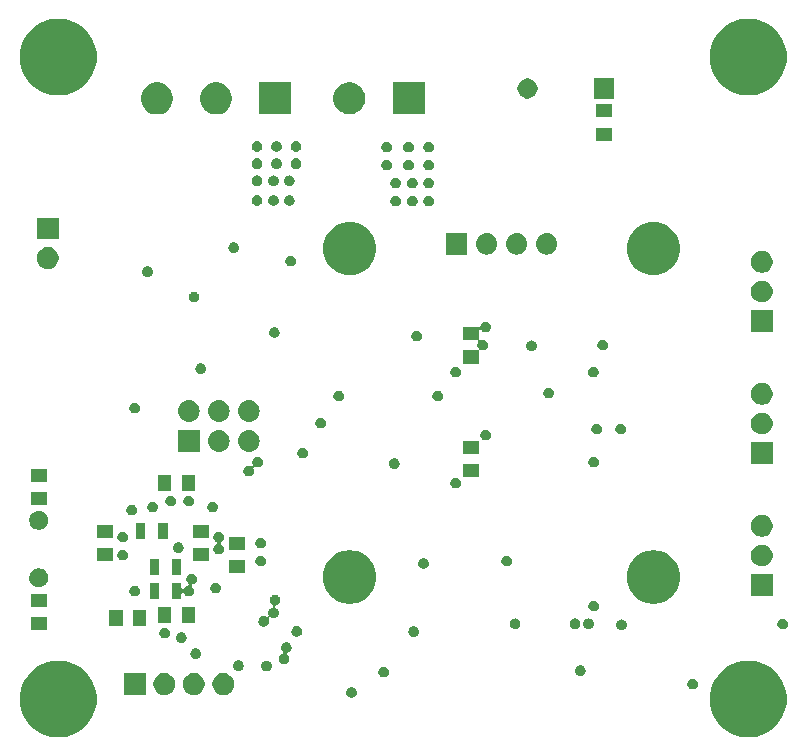
<source format=gbr>
G04 #@! TF.GenerationSoftware,KiCad,Pcbnew,(5.1.4)-1*
G04 #@! TF.CreationDate,2020-04-24T18:52:46+02:00*
G04 #@! TF.ProjectId,electronic_load,656c6563-7472-46f6-9e69-635f6c6f6164,rev?*
G04 #@! TF.SameCoordinates,Original*
G04 #@! TF.FileFunction,Soldermask,Bot*
G04 #@! TF.FilePolarity,Negative*
%FSLAX46Y46*%
G04 Gerber Fmt 4.6, Leading zero omitted, Abs format (unit mm)*
G04 Created by KiCad (PCBNEW (5.1.4)-1) date 2020-04-24 18:52:46*
%MOMM*%
%LPD*%
G04 APERTURE LIST*
%ADD10C,0.100000*%
G04 APERTURE END LIST*
D10*
G36*
X110393473Y-123792418D02*
G01*
X110803282Y-123873934D01*
X111394926Y-124119001D01*
X111701192Y-124323642D01*
X111927391Y-124474783D01*
X112380217Y-124927609D01*
X112450986Y-125033523D01*
X112735999Y-125460074D01*
X112981066Y-126051718D01*
X113029845Y-126296948D01*
X113064849Y-126472921D01*
X113106000Y-126679804D01*
X113106000Y-127320196D01*
X112981066Y-127948282D01*
X112735999Y-128539926D01*
X112380216Y-129072392D01*
X111927392Y-129525216D01*
X111394926Y-129880999D01*
X110803282Y-130126066D01*
X110489239Y-130188533D01*
X110175197Y-130251000D01*
X109534803Y-130251000D01*
X109220761Y-130188533D01*
X108906718Y-130126066D01*
X108315074Y-129880999D01*
X107782608Y-129525216D01*
X107329784Y-129072392D01*
X106974001Y-128539926D01*
X106728934Y-127948282D01*
X106604000Y-127320196D01*
X106604000Y-126679804D01*
X106645152Y-126472921D01*
X106680155Y-126296948D01*
X106728934Y-126051718D01*
X106974001Y-125460074D01*
X107259014Y-125033523D01*
X107329783Y-124927609D01*
X107782609Y-124474783D01*
X108008808Y-124323642D01*
X108315074Y-124119001D01*
X108906718Y-123873934D01*
X109316527Y-123792418D01*
X109534803Y-123749000D01*
X110175197Y-123749000D01*
X110393473Y-123792418D01*
X110393473Y-123792418D01*
G37*
G36*
X51973473Y-123792418D02*
G01*
X52383282Y-123873934D01*
X52974926Y-124119001D01*
X53281192Y-124323642D01*
X53507391Y-124474783D01*
X53960217Y-124927609D01*
X54030986Y-125033523D01*
X54315999Y-125460074D01*
X54561066Y-126051718D01*
X54609845Y-126296948D01*
X54644849Y-126472921D01*
X54686000Y-126679804D01*
X54686000Y-127320196D01*
X54561066Y-127948282D01*
X54315999Y-128539926D01*
X53960216Y-129072392D01*
X53507392Y-129525216D01*
X52974926Y-129880999D01*
X52383282Y-130126066D01*
X52069239Y-130188533D01*
X51755197Y-130251000D01*
X51114803Y-130251000D01*
X50800761Y-130188533D01*
X50486718Y-130126066D01*
X49895074Y-129880999D01*
X49362608Y-129525216D01*
X48909784Y-129072392D01*
X48554001Y-128539926D01*
X48308934Y-127948282D01*
X48184000Y-127320196D01*
X48184000Y-126679804D01*
X48225152Y-126472921D01*
X48260155Y-126296948D01*
X48308934Y-126051718D01*
X48554001Y-125460074D01*
X48839014Y-125033523D01*
X48909783Y-124927609D01*
X49362609Y-124474783D01*
X49588808Y-124323642D01*
X49895074Y-124119001D01*
X50486718Y-123873934D01*
X50896527Y-123792418D01*
X51114803Y-123749000D01*
X51755197Y-123749000D01*
X51973473Y-123792418D01*
X51973473Y-123792418D01*
G37*
G36*
X76395052Y-125994831D02*
G01*
X76477127Y-126028828D01*
X76477129Y-126028829D01*
X76511384Y-126051718D01*
X76550995Y-126078185D01*
X76613815Y-126141005D01*
X76663172Y-126214873D01*
X76697169Y-126296948D01*
X76714500Y-126384079D01*
X76714500Y-126472921D01*
X76697169Y-126560052D01*
X76663172Y-126642127D01*
X76663171Y-126642129D01*
X76613814Y-126715996D01*
X76550996Y-126778814D01*
X76477129Y-126828171D01*
X76477128Y-126828172D01*
X76477127Y-126828172D01*
X76395052Y-126862169D01*
X76307921Y-126879500D01*
X76219079Y-126879500D01*
X76131948Y-126862169D01*
X76049873Y-126828172D01*
X76049872Y-126828172D01*
X76049871Y-126828171D01*
X75976004Y-126778814D01*
X75913186Y-126715996D01*
X75863829Y-126642129D01*
X75863828Y-126642127D01*
X75829831Y-126560052D01*
X75812500Y-126472921D01*
X75812500Y-126384079D01*
X75829831Y-126296948D01*
X75863828Y-126214873D01*
X75913185Y-126141005D01*
X75976005Y-126078185D01*
X76015616Y-126051718D01*
X76049871Y-126028829D01*
X76049873Y-126028828D01*
X76131948Y-125994831D01*
X76219079Y-125977500D01*
X76307921Y-125977500D01*
X76395052Y-125994831D01*
X76395052Y-125994831D01*
G37*
G36*
X60682104Y-124839585D02*
G01*
X60850626Y-124909389D01*
X61002291Y-125010728D01*
X61131272Y-125139709D01*
X61232611Y-125291374D01*
X61302415Y-125459896D01*
X61338000Y-125638797D01*
X61338000Y-125821203D01*
X61302415Y-126000104D01*
X61232611Y-126168626D01*
X61131272Y-126320291D01*
X61002291Y-126449272D01*
X60850626Y-126550611D01*
X60682104Y-126620415D01*
X60503203Y-126656000D01*
X60320797Y-126656000D01*
X60141896Y-126620415D01*
X59973374Y-126550611D01*
X59821709Y-126449272D01*
X59692728Y-126320291D01*
X59591389Y-126168626D01*
X59521585Y-126000104D01*
X59486000Y-125821203D01*
X59486000Y-125638797D01*
X59521585Y-125459896D01*
X59591389Y-125291374D01*
X59692728Y-125139709D01*
X59821709Y-125010728D01*
X59973374Y-124909389D01*
X60141896Y-124839585D01*
X60320797Y-124804000D01*
X60503203Y-124804000D01*
X60682104Y-124839585D01*
X60682104Y-124839585D01*
G37*
G36*
X58838000Y-126656000D02*
G01*
X56986000Y-126656000D01*
X56986000Y-124804000D01*
X58838000Y-124804000D01*
X58838000Y-126656000D01*
X58838000Y-126656000D01*
G37*
G36*
X63182104Y-124839585D02*
G01*
X63350626Y-124909389D01*
X63502291Y-125010728D01*
X63631272Y-125139709D01*
X63732611Y-125291374D01*
X63802415Y-125459896D01*
X63838000Y-125638797D01*
X63838000Y-125821203D01*
X63802415Y-126000104D01*
X63732611Y-126168626D01*
X63631272Y-126320291D01*
X63502291Y-126449272D01*
X63350626Y-126550611D01*
X63182104Y-126620415D01*
X63003203Y-126656000D01*
X62820797Y-126656000D01*
X62641896Y-126620415D01*
X62473374Y-126550611D01*
X62321709Y-126449272D01*
X62192728Y-126320291D01*
X62091389Y-126168626D01*
X62021585Y-126000104D01*
X61986000Y-125821203D01*
X61986000Y-125638797D01*
X62021585Y-125459896D01*
X62091389Y-125291374D01*
X62192728Y-125139709D01*
X62321709Y-125010728D01*
X62473374Y-124909389D01*
X62641896Y-124839585D01*
X62820797Y-124804000D01*
X63003203Y-124804000D01*
X63182104Y-124839585D01*
X63182104Y-124839585D01*
G37*
G36*
X65682104Y-124839585D02*
G01*
X65850626Y-124909389D01*
X66002291Y-125010728D01*
X66131272Y-125139709D01*
X66232611Y-125291374D01*
X66302415Y-125459896D01*
X66338000Y-125638797D01*
X66338000Y-125821203D01*
X66302415Y-126000104D01*
X66232611Y-126168626D01*
X66131272Y-126320291D01*
X66002291Y-126449272D01*
X65850626Y-126550611D01*
X65682104Y-126620415D01*
X65503203Y-126656000D01*
X65320797Y-126656000D01*
X65141896Y-126620415D01*
X64973374Y-126550611D01*
X64821709Y-126449272D01*
X64692728Y-126320291D01*
X64591389Y-126168626D01*
X64521585Y-126000104D01*
X64486000Y-125821203D01*
X64486000Y-125638797D01*
X64521585Y-125459896D01*
X64591389Y-125291374D01*
X64692728Y-125139709D01*
X64821709Y-125010728D01*
X64973374Y-124909389D01*
X65141896Y-124839585D01*
X65320797Y-124804000D01*
X65503203Y-124804000D01*
X65682104Y-124839585D01*
X65682104Y-124839585D01*
G37*
G36*
X105287552Y-125296331D02*
G01*
X105369627Y-125330328D01*
X105369629Y-125330329D01*
X105406813Y-125355175D01*
X105443495Y-125379685D01*
X105506315Y-125442505D01*
X105555672Y-125516373D01*
X105589669Y-125598448D01*
X105607000Y-125685579D01*
X105607000Y-125774421D01*
X105589669Y-125861552D01*
X105555672Y-125943627D01*
X105521459Y-125994831D01*
X105506314Y-126017496D01*
X105443496Y-126080314D01*
X105369629Y-126129671D01*
X105369628Y-126129672D01*
X105369627Y-126129672D01*
X105287552Y-126163669D01*
X105200421Y-126181000D01*
X105111579Y-126181000D01*
X105024448Y-126163669D01*
X104942373Y-126129672D01*
X104942372Y-126129672D01*
X104942371Y-126129671D01*
X104868504Y-126080314D01*
X104805686Y-126017496D01*
X104790542Y-125994831D01*
X104756328Y-125943627D01*
X104722331Y-125861552D01*
X104705000Y-125774421D01*
X104705000Y-125685579D01*
X104722331Y-125598448D01*
X104756328Y-125516373D01*
X104805685Y-125442505D01*
X104868505Y-125379685D01*
X104905187Y-125355175D01*
X104942371Y-125330329D01*
X104942373Y-125330328D01*
X105024448Y-125296331D01*
X105111579Y-125279000D01*
X105200421Y-125279000D01*
X105287552Y-125296331D01*
X105287552Y-125296331D01*
G37*
G36*
X79125552Y-124280331D02*
G01*
X79207627Y-124314328D01*
X79207629Y-124314329D01*
X79244813Y-124339175D01*
X79281495Y-124363685D01*
X79344315Y-124426505D01*
X79393672Y-124500373D01*
X79427669Y-124582448D01*
X79445000Y-124669579D01*
X79445000Y-124758421D01*
X79427669Y-124845552D01*
X79393680Y-124927608D01*
X79393671Y-124927629D01*
X79344314Y-125001496D01*
X79281496Y-125064314D01*
X79207629Y-125113671D01*
X79207628Y-125113672D01*
X79207627Y-125113672D01*
X79125552Y-125147669D01*
X79038421Y-125165000D01*
X78949579Y-125165000D01*
X78862448Y-125147669D01*
X78780373Y-125113672D01*
X78780372Y-125113672D01*
X78780371Y-125113671D01*
X78706504Y-125064314D01*
X78643686Y-125001496D01*
X78594329Y-124927629D01*
X78594320Y-124927608D01*
X78560331Y-124845552D01*
X78543000Y-124758421D01*
X78543000Y-124669579D01*
X78560331Y-124582448D01*
X78594328Y-124500373D01*
X78643685Y-124426505D01*
X78706505Y-124363685D01*
X78743187Y-124339175D01*
X78780371Y-124314329D01*
X78780373Y-124314328D01*
X78862448Y-124280331D01*
X78949579Y-124263000D01*
X79038421Y-124263000D01*
X79125552Y-124280331D01*
X79125552Y-124280331D01*
G37*
G36*
X95762552Y-124153331D02*
G01*
X95844627Y-124187328D01*
X95844629Y-124187329D01*
X95881813Y-124212175D01*
X95918235Y-124236511D01*
X95918496Y-124236686D01*
X95981314Y-124299504D01*
X96024200Y-124363686D01*
X96030672Y-124373373D01*
X96064669Y-124455448D01*
X96082000Y-124542579D01*
X96082000Y-124631421D01*
X96064669Y-124718552D01*
X96030672Y-124800627D01*
X96030671Y-124800629D01*
X95981314Y-124874496D01*
X95918496Y-124937314D01*
X95844629Y-124986671D01*
X95844628Y-124986672D01*
X95844627Y-124986672D01*
X95762552Y-125020669D01*
X95675421Y-125038000D01*
X95586579Y-125038000D01*
X95499448Y-125020669D01*
X95417373Y-124986672D01*
X95417372Y-124986672D01*
X95417371Y-124986671D01*
X95343504Y-124937314D01*
X95280686Y-124874496D01*
X95231329Y-124800629D01*
X95231328Y-124800627D01*
X95197331Y-124718552D01*
X95180000Y-124631421D01*
X95180000Y-124542579D01*
X95197331Y-124455448D01*
X95231328Y-124373373D01*
X95237801Y-124363686D01*
X95280686Y-124299504D01*
X95343504Y-124236686D01*
X95343766Y-124236511D01*
X95380187Y-124212175D01*
X95417371Y-124187329D01*
X95417373Y-124187328D01*
X95499448Y-124153331D01*
X95586579Y-124136000D01*
X95675421Y-124136000D01*
X95762552Y-124153331D01*
X95762552Y-124153331D01*
G37*
G36*
X69196323Y-123758421D02*
G01*
X69278398Y-123792418D01*
X69278400Y-123792419D01*
X69352267Y-123841776D01*
X69415085Y-123904594D01*
X69449022Y-123955383D01*
X69464443Y-123978463D01*
X69498440Y-124060538D01*
X69515771Y-124147669D01*
X69515771Y-124236511D01*
X69498440Y-124323642D01*
X69464443Y-124405717D01*
X69415086Y-124479585D01*
X69352266Y-124542405D01*
X69352004Y-124542580D01*
X69278400Y-124591761D01*
X69278399Y-124591762D01*
X69278398Y-124591762D01*
X69196323Y-124625759D01*
X69109192Y-124643090D01*
X69020350Y-124643090D01*
X68933219Y-124625759D01*
X68851144Y-124591762D01*
X68851143Y-124591762D01*
X68851142Y-124591761D01*
X68777538Y-124542580D01*
X68777276Y-124542405D01*
X68714456Y-124479585D01*
X68665099Y-124405717D01*
X68631102Y-124323642D01*
X68613771Y-124236511D01*
X68613771Y-124147669D01*
X68631102Y-124060538D01*
X68665099Y-123978463D01*
X68680521Y-123955383D01*
X68714457Y-123904594D01*
X68777275Y-123841776D01*
X68851142Y-123792419D01*
X68851144Y-123792418D01*
X68933219Y-123758421D01*
X69020350Y-123741090D01*
X69109192Y-123741090D01*
X69196323Y-123758421D01*
X69196323Y-123758421D01*
G37*
G36*
X66818514Y-123735341D02*
G01*
X66900589Y-123769338D01*
X66900591Y-123769339D01*
X66935131Y-123792418D01*
X66974457Y-123818695D01*
X67037277Y-123881515D01*
X67086634Y-123955383D01*
X67120631Y-124037458D01*
X67137962Y-124124589D01*
X67137962Y-124213431D01*
X67120631Y-124300562D01*
X67090472Y-124373371D01*
X67086633Y-124382639D01*
X67037276Y-124456506D01*
X66974458Y-124519324D01*
X66900591Y-124568681D01*
X66900590Y-124568682D01*
X66900589Y-124568682D01*
X66818514Y-124602679D01*
X66731383Y-124620010D01*
X66642541Y-124620010D01*
X66555410Y-124602679D01*
X66473335Y-124568682D01*
X66473334Y-124568682D01*
X66473333Y-124568681D01*
X66399466Y-124519324D01*
X66336648Y-124456506D01*
X66287291Y-124382639D01*
X66283452Y-124373371D01*
X66253293Y-124300562D01*
X66235962Y-124213431D01*
X66235962Y-124124589D01*
X66253293Y-124037458D01*
X66287290Y-123955383D01*
X66336647Y-123881515D01*
X66399467Y-123818695D01*
X66438793Y-123792418D01*
X66473333Y-123769339D01*
X66473335Y-123769338D01*
X66555410Y-123735341D01*
X66642541Y-123718010D01*
X66731383Y-123718010D01*
X66818514Y-123735341D01*
X66818514Y-123735341D01*
G37*
G36*
X70870552Y-122184831D02*
G01*
X70952627Y-122218828D01*
X70952629Y-122218829D01*
X70964362Y-122226669D01*
X71026495Y-122268185D01*
X71089315Y-122331005D01*
X71138672Y-122404873D01*
X71172669Y-122486948D01*
X71190000Y-122574079D01*
X71190000Y-122662921D01*
X71172669Y-122750052D01*
X71138672Y-122832127D01*
X71089315Y-122905995D01*
X71026495Y-122968815D01*
X70989813Y-122993325D01*
X70952629Y-123018171D01*
X70952628Y-123018172D01*
X70952627Y-123018172D01*
X70875512Y-123050114D01*
X70853901Y-123061665D01*
X70834960Y-123077210D01*
X70819414Y-123096152D01*
X70807863Y-123117763D01*
X70800750Y-123141212D01*
X70798348Y-123165598D01*
X70800750Y-123189984D01*
X70807863Y-123213433D01*
X70819414Y-123235044D01*
X70834959Y-123253986D01*
X70892414Y-123311441D01*
X70941771Y-123385309D01*
X70975768Y-123467384D01*
X70993099Y-123554515D01*
X70993099Y-123643357D01*
X70975768Y-123730488D01*
X70941771Y-123812563D01*
X70892414Y-123886431D01*
X70829594Y-123949251D01*
X70792912Y-123973761D01*
X70755728Y-123998607D01*
X70755727Y-123998608D01*
X70755726Y-123998608D01*
X70673651Y-124032605D01*
X70586520Y-124049936D01*
X70497678Y-124049936D01*
X70410547Y-124032605D01*
X70328472Y-123998608D01*
X70328471Y-123998608D01*
X70328470Y-123998607D01*
X70291286Y-123973761D01*
X70254604Y-123949251D01*
X70191784Y-123886431D01*
X70142427Y-123812563D01*
X70108430Y-123730488D01*
X70091099Y-123643357D01*
X70091099Y-123554515D01*
X70108430Y-123467384D01*
X70142427Y-123385309D01*
X70191784Y-123311441D01*
X70254604Y-123248621D01*
X70291286Y-123224111D01*
X70328470Y-123199265D01*
X70328472Y-123199264D01*
X70405587Y-123167322D01*
X70427198Y-123155771D01*
X70446139Y-123140226D01*
X70461685Y-123121284D01*
X70473236Y-123099673D01*
X70480349Y-123076224D01*
X70482751Y-123051838D01*
X70480349Y-123027452D01*
X70473236Y-123004003D01*
X70461685Y-122982392D01*
X70446140Y-122963450D01*
X70388685Y-122905995D01*
X70339328Y-122832127D01*
X70305331Y-122750052D01*
X70288000Y-122662921D01*
X70288000Y-122574079D01*
X70305331Y-122486948D01*
X70339328Y-122404873D01*
X70388685Y-122331005D01*
X70451505Y-122268185D01*
X70513638Y-122226669D01*
X70525371Y-122218829D01*
X70525373Y-122218828D01*
X70607448Y-122184831D01*
X70694579Y-122167500D01*
X70783421Y-122167500D01*
X70870552Y-122184831D01*
X70870552Y-122184831D01*
G37*
G36*
X63202758Y-122717856D02*
G01*
X63280485Y-122750052D01*
X63284835Y-122751854D01*
X63322019Y-122776700D01*
X63358701Y-122801210D01*
X63421521Y-122864030D01*
X63470878Y-122937898D01*
X63504875Y-123019973D01*
X63522206Y-123107104D01*
X63522206Y-123195946D01*
X63504875Y-123283077D01*
X63470878Y-123365152D01*
X63470877Y-123365154D01*
X63421520Y-123439021D01*
X63358702Y-123501839D01*
X63284835Y-123551196D01*
X63284834Y-123551197D01*
X63284833Y-123551197D01*
X63202758Y-123585194D01*
X63115627Y-123602525D01*
X63026785Y-123602525D01*
X62939654Y-123585194D01*
X62857579Y-123551197D01*
X62857578Y-123551197D01*
X62857577Y-123551196D01*
X62783710Y-123501839D01*
X62720892Y-123439021D01*
X62671535Y-123365154D01*
X62671534Y-123365152D01*
X62637537Y-123283077D01*
X62620206Y-123195946D01*
X62620206Y-123107104D01*
X62637537Y-123019973D01*
X62671534Y-122937898D01*
X62720891Y-122864030D01*
X62783711Y-122801210D01*
X62820393Y-122776700D01*
X62857577Y-122751854D01*
X62861927Y-122750052D01*
X62939654Y-122717856D01*
X63026785Y-122700525D01*
X63115627Y-122700525D01*
X63202758Y-122717856D01*
X63202758Y-122717856D01*
G37*
G36*
X61980552Y-121359331D02*
G01*
X62062627Y-121393328D01*
X62062629Y-121393329D01*
X62136496Y-121442686D01*
X62199314Y-121505504D01*
X62244077Y-121572495D01*
X62248672Y-121579373D01*
X62282669Y-121661448D01*
X62300000Y-121748579D01*
X62300000Y-121837421D01*
X62282669Y-121924552D01*
X62248672Y-122006627D01*
X62248671Y-122006629D01*
X62199314Y-122080496D01*
X62136496Y-122143314D01*
X62062629Y-122192671D01*
X62062628Y-122192672D01*
X62062627Y-122192672D01*
X61980552Y-122226669D01*
X61893421Y-122244000D01*
X61804579Y-122244000D01*
X61717448Y-122226669D01*
X61635373Y-122192672D01*
X61635372Y-122192672D01*
X61635371Y-122192671D01*
X61561504Y-122143314D01*
X61498686Y-122080496D01*
X61449329Y-122006629D01*
X61449328Y-122006627D01*
X61415331Y-121924552D01*
X61398000Y-121837421D01*
X61398000Y-121748579D01*
X61415331Y-121661448D01*
X61449328Y-121579373D01*
X61453924Y-121572495D01*
X61498686Y-121505504D01*
X61561504Y-121442686D01*
X61635371Y-121393329D01*
X61635373Y-121393328D01*
X61717448Y-121359331D01*
X61804579Y-121342000D01*
X61893421Y-121342000D01*
X61980552Y-121359331D01*
X61980552Y-121359331D01*
G37*
G36*
X60583552Y-120978331D02*
G01*
X60665627Y-121012328D01*
X60665629Y-121012329D01*
X60674403Y-121018192D01*
X60739495Y-121061685D01*
X60802315Y-121124505D01*
X60821654Y-121153448D01*
X60842737Y-121185000D01*
X60851672Y-121198373D01*
X60885669Y-121280448D01*
X60903000Y-121367579D01*
X60903000Y-121456421D01*
X60885669Y-121543552D01*
X60858416Y-121609345D01*
X60851671Y-121625629D01*
X60845199Y-121635315D01*
X60806857Y-121692698D01*
X60802314Y-121699496D01*
X60739496Y-121762314D01*
X60665629Y-121811671D01*
X60665628Y-121811672D01*
X60665627Y-121811672D01*
X60583552Y-121845669D01*
X60496421Y-121863000D01*
X60407579Y-121863000D01*
X60320448Y-121845669D01*
X60238373Y-121811672D01*
X60238372Y-121811672D01*
X60238371Y-121811671D01*
X60164504Y-121762314D01*
X60101686Y-121699496D01*
X60097144Y-121692698D01*
X60058801Y-121635315D01*
X60052329Y-121625629D01*
X60045584Y-121609345D01*
X60018331Y-121543552D01*
X60001000Y-121456421D01*
X60001000Y-121367579D01*
X60018331Y-121280448D01*
X60052328Y-121198373D01*
X60061264Y-121185000D01*
X60082346Y-121153448D01*
X60101685Y-121124505D01*
X60164505Y-121061685D01*
X60229597Y-121018192D01*
X60238371Y-121012329D01*
X60238373Y-121012328D01*
X60320448Y-120978331D01*
X60407579Y-120961000D01*
X60496421Y-120961000D01*
X60583552Y-120978331D01*
X60583552Y-120978331D01*
G37*
G36*
X81665552Y-120851331D02*
G01*
X81747627Y-120885328D01*
X81747629Y-120885329D01*
X81778589Y-120906016D01*
X81821495Y-120934685D01*
X81884315Y-120997505D01*
X81898138Y-121018193D01*
X81928622Y-121063814D01*
X81933672Y-121071373D01*
X81967669Y-121153448D01*
X81985000Y-121240579D01*
X81985000Y-121329421D01*
X81967669Y-121416552D01*
X81944429Y-121472657D01*
X81933671Y-121498629D01*
X81908825Y-121535813D01*
X81901668Y-121546525D01*
X81884314Y-121572496D01*
X81821496Y-121635314D01*
X81747629Y-121684671D01*
X81747628Y-121684672D01*
X81747627Y-121684672D01*
X81665552Y-121718669D01*
X81578421Y-121736000D01*
X81489579Y-121736000D01*
X81402448Y-121718669D01*
X81320373Y-121684672D01*
X81320372Y-121684672D01*
X81320371Y-121684671D01*
X81246504Y-121635314D01*
X81183686Y-121572496D01*
X81166333Y-121546525D01*
X81159175Y-121535813D01*
X81134329Y-121498629D01*
X81123571Y-121472657D01*
X81100331Y-121416552D01*
X81083000Y-121329421D01*
X81083000Y-121240579D01*
X81100331Y-121153448D01*
X81134328Y-121071373D01*
X81139379Y-121063814D01*
X81169862Y-121018193D01*
X81183685Y-120997505D01*
X81246505Y-120934685D01*
X81289411Y-120906016D01*
X81320371Y-120885329D01*
X81320373Y-120885328D01*
X81402448Y-120851331D01*
X81489579Y-120834000D01*
X81578421Y-120834000D01*
X81665552Y-120851331D01*
X81665552Y-120851331D01*
G37*
G36*
X71764207Y-120825361D02*
G01*
X71846282Y-120859358D01*
X71846284Y-120859359D01*
X71852671Y-120863627D01*
X71920150Y-120908715D01*
X71982970Y-120971535D01*
X72032327Y-121045403D01*
X72066324Y-121127478D01*
X72083655Y-121214609D01*
X72083655Y-121303451D01*
X72066324Y-121390582D01*
X72039052Y-121456421D01*
X72032326Y-121472659D01*
X71982969Y-121546526D01*
X71920151Y-121609344D01*
X71846284Y-121658701D01*
X71846283Y-121658702D01*
X71846282Y-121658702D01*
X71764207Y-121692699D01*
X71677076Y-121710030D01*
X71588234Y-121710030D01*
X71501103Y-121692699D01*
X71419028Y-121658702D01*
X71419027Y-121658702D01*
X71419026Y-121658701D01*
X71345159Y-121609344D01*
X71282341Y-121546526D01*
X71232984Y-121472659D01*
X71226258Y-121456421D01*
X71198986Y-121390582D01*
X71181655Y-121303451D01*
X71181655Y-121214609D01*
X71198986Y-121127478D01*
X71232983Y-121045403D01*
X71282340Y-120971535D01*
X71345160Y-120908715D01*
X71412639Y-120863627D01*
X71419026Y-120859359D01*
X71419028Y-120859358D01*
X71501103Y-120825361D01*
X71588234Y-120808030D01*
X71677076Y-120808030D01*
X71764207Y-120825361D01*
X71764207Y-120825361D01*
G37*
G36*
X50460000Y-121185000D02*
G01*
X49108000Y-121185000D01*
X49108000Y-120083000D01*
X50460000Y-120083000D01*
X50460000Y-121185000D01*
X50460000Y-121185000D01*
G37*
G36*
X99255052Y-120279831D02*
G01*
X99337127Y-120313828D01*
X99337129Y-120313829D01*
X99362864Y-120331025D01*
X99410995Y-120363185D01*
X99473815Y-120426005D01*
X99523172Y-120499873D01*
X99557169Y-120581948D01*
X99574500Y-120669079D01*
X99574500Y-120757921D01*
X99557169Y-120845052D01*
X99530798Y-120908716D01*
X99523171Y-120927129D01*
X99516244Y-120937496D01*
X99473815Y-121000995D01*
X99410995Y-121063815D01*
X99381283Y-121083668D01*
X99337129Y-121113171D01*
X99337128Y-121113172D01*
X99337127Y-121113172D01*
X99255052Y-121147169D01*
X99167921Y-121164500D01*
X99079079Y-121164500D01*
X98991948Y-121147169D01*
X98909873Y-121113172D01*
X98909872Y-121113172D01*
X98909871Y-121113171D01*
X98865717Y-121083668D01*
X98836005Y-121063815D01*
X98773185Y-121000995D01*
X98730756Y-120937496D01*
X98723829Y-120927129D01*
X98716202Y-120908716D01*
X98689831Y-120845052D01*
X98672500Y-120757921D01*
X98672500Y-120669079D01*
X98689831Y-120581948D01*
X98723828Y-120499873D01*
X98773185Y-120426005D01*
X98836005Y-120363185D01*
X98884136Y-120331025D01*
X98909871Y-120313829D01*
X98909873Y-120313828D01*
X98991948Y-120279831D01*
X99079079Y-120262500D01*
X99167921Y-120262500D01*
X99255052Y-120279831D01*
X99255052Y-120279831D01*
G37*
G36*
X112907552Y-120216331D02*
G01*
X112989627Y-120250328D01*
X112989629Y-120250329D01*
X113007844Y-120262500D01*
X113063495Y-120299685D01*
X113126315Y-120362505D01*
X113150825Y-120399187D01*
X113168745Y-120426005D01*
X113175672Y-120436373D01*
X113209669Y-120518448D01*
X113227000Y-120605579D01*
X113227000Y-120694421D01*
X113209669Y-120781552D01*
X113175672Y-120863627D01*
X113126315Y-120937495D01*
X113063495Y-121000315D01*
X113045516Y-121012328D01*
X112989629Y-121049671D01*
X112989628Y-121049672D01*
X112989627Y-121049672D01*
X112907552Y-121083669D01*
X112820421Y-121101000D01*
X112731579Y-121101000D01*
X112644448Y-121083669D01*
X112562373Y-121049672D01*
X112562372Y-121049672D01*
X112562371Y-121049671D01*
X112506484Y-121012328D01*
X112488505Y-121000315D01*
X112425685Y-120937495D01*
X112376328Y-120863627D01*
X112342331Y-120781552D01*
X112325000Y-120694421D01*
X112325000Y-120605579D01*
X112342331Y-120518448D01*
X112376328Y-120436373D01*
X112383256Y-120426005D01*
X112401175Y-120399187D01*
X112425685Y-120362505D01*
X112488505Y-120299685D01*
X112544156Y-120262500D01*
X112562371Y-120250329D01*
X112562373Y-120250328D01*
X112644448Y-120216331D01*
X112731579Y-120199000D01*
X112820421Y-120199000D01*
X112907552Y-120216331D01*
X112907552Y-120216331D01*
G37*
G36*
X90244867Y-120184852D02*
G01*
X90320863Y-120216331D01*
X90326944Y-120218850D01*
X90363835Y-120243500D01*
X90400810Y-120268206D01*
X90463630Y-120331026D01*
X90512987Y-120404894D01*
X90546984Y-120486969D01*
X90564315Y-120574100D01*
X90564315Y-120662942D01*
X90546984Y-120750073D01*
X90521905Y-120810618D01*
X90512986Y-120832150D01*
X90504657Y-120844615D01*
X90463630Y-120906016D01*
X90400810Y-120968836D01*
X90386598Y-120978332D01*
X90326944Y-121018192D01*
X90326943Y-121018193D01*
X90326942Y-121018193D01*
X90244867Y-121052190D01*
X90157736Y-121069521D01*
X90068894Y-121069521D01*
X89981763Y-121052190D01*
X89899688Y-121018193D01*
X89899687Y-121018193D01*
X89899686Y-121018192D01*
X89840032Y-120978332D01*
X89825820Y-120968836D01*
X89763000Y-120906016D01*
X89721973Y-120844615D01*
X89713644Y-120832150D01*
X89704725Y-120810618D01*
X89679646Y-120750073D01*
X89662315Y-120662942D01*
X89662315Y-120574100D01*
X89679646Y-120486969D01*
X89713643Y-120404894D01*
X89763000Y-120331026D01*
X89825820Y-120268206D01*
X89862795Y-120243500D01*
X89899686Y-120218850D01*
X89905767Y-120216331D01*
X89981763Y-120184852D01*
X90068894Y-120167521D01*
X90157736Y-120167521D01*
X90244867Y-120184852D01*
X90244867Y-120184852D01*
G37*
G36*
X96461052Y-120184852D02*
G01*
X96537048Y-120216331D01*
X96543129Y-120218850D01*
X96580020Y-120243500D01*
X96616995Y-120268206D01*
X96679815Y-120331026D01*
X96729172Y-120404894D01*
X96763169Y-120486969D01*
X96780500Y-120574100D01*
X96780500Y-120662942D01*
X96763169Y-120750073D01*
X96738090Y-120810618D01*
X96729171Y-120832150D01*
X96720842Y-120844615D01*
X96679815Y-120906016D01*
X96616995Y-120968836D01*
X96602783Y-120978332D01*
X96543129Y-121018192D01*
X96543128Y-121018193D01*
X96543127Y-121018193D01*
X96461052Y-121052190D01*
X96373921Y-121069521D01*
X96285079Y-121069521D01*
X96197948Y-121052190D01*
X96115873Y-121018193D01*
X96115872Y-121018193D01*
X96115871Y-121018192D01*
X96056217Y-120978332D01*
X96042005Y-120968836D01*
X95979185Y-120906016D01*
X95938158Y-120844615D01*
X95929829Y-120832150D01*
X95920910Y-120810618D01*
X95895831Y-120750073D01*
X95880597Y-120673484D01*
X95873484Y-120650035D01*
X95861933Y-120628425D01*
X95853805Y-120618521D01*
X95861933Y-120608618D01*
X95873484Y-120587008D01*
X95880597Y-120563558D01*
X95895831Y-120486969D01*
X95929828Y-120404894D01*
X95979185Y-120331026D01*
X96042005Y-120268206D01*
X96078980Y-120243500D01*
X96115871Y-120218850D01*
X96121952Y-120216331D01*
X96197948Y-120184852D01*
X96285079Y-120167521D01*
X96373921Y-120167521D01*
X96461052Y-120184852D01*
X96461052Y-120184852D01*
G37*
G36*
X95318052Y-120184852D02*
G01*
X95394048Y-120216331D01*
X95400129Y-120218850D01*
X95437020Y-120243500D01*
X95473995Y-120268206D01*
X95536815Y-120331026D01*
X95586172Y-120404894D01*
X95620169Y-120486969D01*
X95635403Y-120563558D01*
X95642516Y-120587007D01*
X95654067Y-120608617D01*
X95662195Y-120618521D01*
X95654067Y-120628424D01*
X95642516Y-120650034D01*
X95635403Y-120673484D01*
X95620169Y-120750073D01*
X95595090Y-120810618D01*
X95586171Y-120832150D01*
X95577842Y-120844615D01*
X95536815Y-120906016D01*
X95473995Y-120968836D01*
X95459783Y-120978332D01*
X95400129Y-121018192D01*
X95400128Y-121018193D01*
X95400127Y-121018193D01*
X95318052Y-121052190D01*
X95230921Y-121069521D01*
X95142079Y-121069521D01*
X95054948Y-121052190D01*
X94972873Y-121018193D01*
X94972872Y-121018193D01*
X94972871Y-121018192D01*
X94913217Y-120978332D01*
X94899005Y-120968836D01*
X94836185Y-120906016D01*
X94795158Y-120844615D01*
X94786829Y-120832150D01*
X94777910Y-120810618D01*
X94752831Y-120750073D01*
X94735500Y-120662942D01*
X94735500Y-120574100D01*
X94752831Y-120486969D01*
X94786828Y-120404894D01*
X94836185Y-120331026D01*
X94899005Y-120268206D01*
X94935980Y-120243500D01*
X94972871Y-120218850D01*
X94978952Y-120216331D01*
X95054948Y-120184852D01*
X95142079Y-120167521D01*
X95230921Y-120167521D01*
X95318052Y-120184852D01*
X95318052Y-120184852D01*
G37*
G36*
X69918052Y-118184331D02*
G01*
X70000127Y-118218328D01*
X70000129Y-118218329D01*
X70037313Y-118243175D01*
X70073995Y-118267685D01*
X70136815Y-118330505D01*
X70186172Y-118404373D01*
X70220169Y-118486448D01*
X70237500Y-118573579D01*
X70237500Y-118662421D01*
X70220169Y-118749552D01*
X70186172Y-118831627D01*
X70186171Y-118831629D01*
X70136814Y-118905496D01*
X70073996Y-118968314D01*
X70000129Y-119017671D01*
X70000128Y-119017672D01*
X70000127Y-119017672D01*
X69918055Y-119051668D01*
X69901627Y-119054935D01*
X69890366Y-119057175D01*
X69866921Y-119064287D01*
X69845310Y-119075838D01*
X69826368Y-119091383D01*
X69810822Y-119110325D01*
X69799271Y-119131935D01*
X69792157Y-119155384D01*
X69789755Y-119179770D01*
X69792156Y-119204156D01*
X69799269Y-119227605D01*
X69810820Y-119249216D01*
X69826365Y-119268158D01*
X69845307Y-119283704D01*
X69866916Y-119295255D01*
X69873127Y-119297828D01*
X69873129Y-119297829D01*
X69910313Y-119322675D01*
X69946995Y-119347185D01*
X70009815Y-119410005D01*
X70034325Y-119446687D01*
X70054122Y-119476314D01*
X70059172Y-119483873D01*
X70093169Y-119565948D01*
X70110500Y-119653079D01*
X70110500Y-119741921D01*
X70093169Y-119829052D01*
X70059172Y-119911127D01*
X70026105Y-119960616D01*
X70009814Y-119984996D01*
X69946996Y-120047814D01*
X69873129Y-120097171D01*
X69873128Y-120097172D01*
X69873127Y-120097172D01*
X69791052Y-120131169D01*
X69703921Y-120148500D01*
X69615079Y-120148500D01*
X69527948Y-120131169D01*
X69445870Y-120097171D01*
X69437730Y-120091732D01*
X69416120Y-120080181D01*
X69392671Y-120073068D01*
X69368284Y-120070666D01*
X69343898Y-120073068D01*
X69320449Y-120080181D01*
X69298839Y-120091732D01*
X69279897Y-120107278D01*
X69264352Y-120126220D01*
X69252801Y-120147830D01*
X69245688Y-120171279D01*
X69243286Y-120195666D01*
X69245688Y-120220052D01*
X69252801Y-120243500D01*
X69267669Y-120279394D01*
X69285000Y-120366525D01*
X69285000Y-120455367D01*
X69267669Y-120542498D01*
X69233672Y-120624573D01*
X69187002Y-120694420D01*
X69184314Y-120698442D01*
X69121496Y-120761260D01*
X69047629Y-120810617D01*
X69047628Y-120810618D01*
X69047627Y-120810618D01*
X68965552Y-120844615D01*
X68878421Y-120861946D01*
X68789579Y-120861946D01*
X68702448Y-120844615D01*
X68620373Y-120810618D01*
X68620372Y-120810618D01*
X68620371Y-120810617D01*
X68546504Y-120761260D01*
X68483686Y-120698442D01*
X68480999Y-120694420D01*
X68434328Y-120624573D01*
X68400331Y-120542498D01*
X68383000Y-120455367D01*
X68383000Y-120366525D01*
X68400331Y-120279394D01*
X68434328Y-120197319D01*
X68442658Y-120184853D01*
X68466948Y-120148500D01*
X68483685Y-120123451D01*
X68546505Y-120060631D01*
X68612231Y-120016714D01*
X68620371Y-120011275D01*
X68620373Y-120011274D01*
X68702448Y-119977277D01*
X68789579Y-119959946D01*
X68878421Y-119959946D01*
X68965552Y-119977277D01*
X69047630Y-120011275D01*
X69055770Y-120016714D01*
X69077380Y-120028265D01*
X69100829Y-120035378D01*
X69125216Y-120037780D01*
X69149602Y-120035378D01*
X69173051Y-120028265D01*
X69194661Y-120016714D01*
X69213603Y-120001168D01*
X69229148Y-119982226D01*
X69240699Y-119960616D01*
X69247812Y-119937167D01*
X69250214Y-119912780D01*
X69247812Y-119888394D01*
X69240699Y-119864946D01*
X69225831Y-119829052D01*
X69208500Y-119741921D01*
X69208500Y-119653079D01*
X69225831Y-119565948D01*
X69259828Y-119483873D01*
X69264879Y-119476314D01*
X69284675Y-119446687D01*
X69309185Y-119410005D01*
X69372005Y-119347185D01*
X69408687Y-119322675D01*
X69445871Y-119297829D01*
X69452085Y-119295255D01*
X69527945Y-119263832D01*
X69544373Y-119260565D01*
X69555634Y-119258325D01*
X69579079Y-119251213D01*
X69600690Y-119239662D01*
X69619632Y-119224117D01*
X69635178Y-119205175D01*
X69646729Y-119183565D01*
X69653843Y-119160116D01*
X69656245Y-119135730D01*
X69653844Y-119111344D01*
X69646731Y-119087895D01*
X69635180Y-119066284D01*
X69619635Y-119047342D01*
X69600693Y-119031796D01*
X69579084Y-119020245D01*
X69572873Y-119017672D01*
X69572872Y-119017672D01*
X69572871Y-119017671D01*
X69499004Y-118968314D01*
X69436186Y-118905496D01*
X69386829Y-118831629D01*
X69386828Y-118831627D01*
X69352831Y-118749552D01*
X69335500Y-118662421D01*
X69335500Y-118573579D01*
X69352831Y-118486448D01*
X69386828Y-118404373D01*
X69436185Y-118330505D01*
X69499005Y-118267685D01*
X69535687Y-118243175D01*
X69572871Y-118218329D01*
X69572873Y-118218328D01*
X69654948Y-118184331D01*
X69742079Y-118167000D01*
X69830921Y-118167000D01*
X69918052Y-118184331D01*
X69918052Y-118184331D01*
G37*
G36*
X58876500Y-120818000D02*
G01*
X57774500Y-120818000D01*
X57774500Y-119466000D01*
X58876500Y-119466000D01*
X58876500Y-120818000D01*
X58876500Y-120818000D01*
G37*
G36*
X56876500Y-120818000D02*
G01*
X55774500Y-120818000D01*
X55774500Y-119466000D01*
X56876500Y-119466000D01*
X56876500Y-120818000D01*
X56876500Y-120818000D01*
G37*
G36*
X61019000Y-120564000D02*
G01*
X59917000Y-120564000D01*
X59917000Y-119212000D01*
X61019000Y-119212000D01*
X61019000Y-120564000D01*
X61019000Y-120564000D01*
G37*
G36*
X63019000Y-120564000D02*
G01*
X61917000Y-120564000D01*
X61917000Y-119212000D01*
X63019000Y-119212000D01*
X63019000Y-120564000D01*
X63019000Y-120564000D01*
G37*
G36*
X96905552Y-118692331D02*
G01*
X96987627Y-118726328D01*
X96987629Y-118726329D01*
X97061496Y-118775686D01*
X97124314Y-118838504D01*
X97169077Y-118905495D01*
X97173672Y-118912373D01*
X97207669Y-118994448D01*
X97225000Y-119081579D01*
X97225000Y-119170421D01*
X97207669Y-119257552D01*
X97173672Y-119339627D01*
X97173671Y-119339629D01*
X97148825Y-119376813D01*
X97124315Y-119413495D01*
X97061495Y-119476315D01*
X97024813Y-119500825D01*
X96987629Y-119525671D01*
X96987628Y-119525672D01*
X96987627Y-119525672D01*
X96905552Y-119559669D01*
X96818421Y-119577000D01*
X96729579Y-119577000D01*
X96642448Y-119559669D01*
X96560373Y-119525672D01*
X96560372Y-119525672D01*
X96560371Y-119525671D01*
X96523187Y-119500825D01*
X96486505Y-119476315D01*
X96423685Y-119413495D01*
X96399175Y-119376813D01*
X96374329Y-119339629D01*
X96374328Y-119339627D01*
X96340331Y-119257552D01*
X96323000Y-119170421D01*
X96323000Y-119081579D01*
X96340331Y-118994448D01*
X96374328Y-118912373D01*
X96378924Y-118905495D01*
X96423686Y-118838504D01*
X96486504Y-118775686D01*
X96560371Y-118726329D01*
X96560373Y-118726328D01*
X96642448Y-118692331D01*
X96729579Y-118675000D01*
X96818421Y-118675000D01*
X96905552Y-118692331D01*
X96905552Y-118692331D01*
G37*
G36*
X50460000Y-119185000D02*
G01*
X49108000Y-119185000D01*
X49108000Y-118083000D01*
X50460000Y-118083000D01*
X50460000Y-119185000D01*
X50460000Y-119185000D01*
G37*
G36*
X76395880Y-114427776D02*
G01*
X76776593Y-114503504D01*
X77186249Y-114673189D01*
X77554929Y-114919534D01*
X77868466Y-115233071D01*
X78114811Y-115601751D01*
X78284496Y-116011407D01*
X78371000Y-116446296D01*
X78371000Y-116889704D01*
X78284496Y-117324593D01*
X78114811Y-117734249D01*
X77868466Y-118102929D01*
X77554929Y-118416466D01*
X77186249Y-118662811D01*
X76776593Y-118832496D01*
X76409599Y-118905495D01*
X76341705Y-118919000D01*
X75898295Y-118919000D01*
X75830401Y-118905495D01*
X75463407Y-118832496D01*
X75053751Y-118662811D01*
X74685071Y-118416466D01*
X74371534Y-118102929D01*
X74125189Y-117734249D01*
X73955504Y-117324593D01*
X73869000Y-116889704D01*
X73869000Y-116446296D01*
X73955504Y-116011407D01*
X74125189Y-115601751D01*
X74371534Y-115233071D01*
X74685071Y-114919534D01*
X75053751Y-114673189D01*
X75463407Y-114503504D01*
X75844120Y-114427776D01*
X75898295Y-114417000D01*
X76341705Y-114417000D01*
X76395880Y-114427776D01*
X76395880Y-114427776D01*
G37*
G36*
X102105880Y-114427776D02*
G01*
X102486593Y-114503504D01*
X102896249Y-114673189D01*
X103264929Y-114919534D01*
X103578466Y-115233071D01*
X103824811Y-115601751D01*
X103994496Y-116011407D01*
X104081000Y-116446296D01*
X104081000Y-116889704D01*
X103994496Y-117324593D01*
X103824811Y-117734249D01*
X103578466Y-118102929D01*
X103264929Y-118416466D01*
X102896249Y-118662811D01*
X102486593Y-118832496D01*
X102119599Y-118905495D01*
X102051705Y-118919000D01*
X101608295Y-118919000D01*
X101540401Y-118905495D01*
X101173407Y-118832496D01*
X100763751Y-118662811D01*
X100395071Y-118416466D01*
X100081534Y-118102929D01*
X99835189Y-117734249D01*
X99665504Y-117324593D01*
X99579000Y-116889704D01*
X99579000Y-116446296D01*
X99665504Y-116011407D01*
X99835189Y-115601751D01*
X100081534Y-115233071D01*
X100395071Y-114919534D01*
X100763751Y-114673189D01*
X101173407Y-114503504D01*
X101554120Y-114427776D01*
X101608295Y-114417000D01*
X102051705Y-114417000D01*
X102105880Y-114427776D01*
X102105880Y-114427776D01*
G37*
G36*
X62869552Y-116406331D02*
G01*
X62951627Y-116440328D01*
X62951629Y-116440329D01*
X62960559Y-116446296D01*
X63025495Y-116489685D01*
X63088315Y-116552505D01*
X63137672Y-116626373D01*
X63171669Y-116708448D01*
X63189000Y-116795579D01*
X63189000Y-116884421D01*
X63171669Y-116971552D01*
X63137672Y-117053627D01*
X63092905Y-117120626D01*
X63088314Y-117127496D01*
X63025496Y-117190314D01*
X62951629Y-117239671D01*
X62951628Y-117239672D01*
X62951627Y-117239672D01*
X62869552Y-117273669D01*
X62822385Y-117283051D01*
X62798937Y-117290164D01*
X62777326Y-117301715D01*
X62758384Y-117317261D01*
X62742839Y-117336203D01*
X62731288Y-117357813D01*
X62724175Y-117381262D01*
X62721773Y-117405648D01*
X62724175Y-117430035D01*
X62731288Y-117453483D01*
X62742839Y-117475094D01*
X62758385Y-117494036D01*
X62766534Y-117500724D01*
X62834315Y-117568505D01*
X62883672Y-117642373D01*
X62917669Y-117724448D01*
X62935000Y-117811579D01*
X62935000Y-117900421D01*
X62917669Y-117987552D01*
X62883672Y-118069627D01*
X62883671Y-118069629D01*
X62834314Y-118143496D01*
X62771496Y-118206314D01*
X62697629Y-118255671D01*
X62697628Y-118255672D01*
X62697627Y-118255672D01*
X62615552Y-118289669D01*
X62528421Y-118307000D01*
X62439579Y-118307000D01*
X62352448Y-118289669D01*
X62270373Y-118255672D01*
X62270372Y-118255672D01*
X62270371Y-118255671D01*
X62196504Y-118206314D01*
X62133686Y-118143496D01*
X62097932Y-118089987D01*
X62082387Y-118071045D01*
X62063445Y-118055500D01*
X62041834Y-118043949D01*
X62018385Y-118036836D01*
X61993999Y-118034434D01*
X61969613Y-118036836D01*
X61946164Y-118043949D01*
X61924553Y-118055500D01*
X61905611Y-118071045D01*
X61890066Y-118089987D01*
X61878515Y-118111598D01*
X61871402Y-118135047D01*
X61869000Y-118159433D01*
X61869000Y-118557000D01*
X61067000Y-118557000D01*
X61067000Y-117155000D01*
X61869000Y-117155000D01*
X61869000Y-117552567D01*
X61871402Y-117576953D01*
X61878515Y-117600402D01*
X61890066Y-117622013D01*
X61905611Y-117640955D01*
X61924553Y-117656500D01*
X61946164Y-117668051D01*
X61969613Y-117675164D01*
X61993999Y-117677566D01*
X62018385Y-117675164D01*
X62041834Y-117668051D01*
X62063445Y-117656500D01*
X62082387Y-117640955D01*
X62097932Y-117622013D01*
X62133685Y-117568505D01*
X62196505Y-117505685D01*
X62249241Y-117470448D01*
X62270371Y-117456329D01*
X62270373Y-117456328D01*
X62352448Y-117422331D01*
X62399615Y-117412949D01*
X62423063Y-117405836D01*
X62444674Y-117394285D01*
X62463616Y-117378739D01*
X62479161Y-117359797D01*
X62490712Y-117338187D01*
X62497825Y-117314738D01*
X62500227Y-117290352D01*
X62497825Y-117265965D01*
X62490712Y-117242517D01*
X62479161Y-117220906D01*
X62463615Y-117201964D01*
X62455466Y-117195276D01*
X62387685Y-117127495D01*
X62338328Y-117053627D01*
X62304331Y-116971552D01*
X62287000Y-116884421D01*
X62287000Y-116795579D01*
X62304331Y-116708448D01*
X62338328Y-116626373D01*
X62387685Y-116552505D01*
X62450505Y-116489685D01*
X62515441Y-116446296D01*
X62524371Y-116440329D01*
X62524373Y-116440328D01*
X62606448Y-116406331D01*
X62693579Y-116389000D01*
X62782421Y-116389000D01*
X62869552Y-116406331D01*
X62869552Y-116406331D01*
G37*
G36*
X59969000Y-118557000D02*
G01*
X59167000Y-118557000D01*
X59167000Y-117155000D01*
X59969000Y-117155000D01*
X59969000Y-118557000D01*
X59969000Y-118557000D01*
G37*
G36*
X58043552Y-117422331D02*
G01*
X58125627Y-117456328D01*
X58125629Y-117456329D01*
X58146759Y-117470448D01*
X58199495Y-117505685D01*
X58262315Y-117568505D01*
X58311672Y-117642373D01*
X58345669Y-117724448D01*
X58363000Y-117811579D01*
X58363000Y-117900421D01*
X58345669Y-117987552D01*
X58311672Y-118069627D01*
X58311671Y-118069629D01*
X58262314Y-118143496D01*
X58199496Y-118206314D01*
X58125629Y-118255671D01*
X58125628Y-118255672D01*
X58125627Y-118255672D01*
X58043552Y-118289669D01*
X57956421Y-118307000D01*
X57867579Y-118307000D01*
X57780448Y-118289669D01*
X57698373Y-118255672D01*
X57698372Y-118255672D01*
X57698371Y-118255671D01*
X57624504Y-118206314D01*
X57561686Y-118143496D01*
X57512329Y-118069629D01*
X57512328Y-118069627D01*
X57478331Y-117987552D01*
X57461000Y-117900421D01*
X57461000Y-117811579D01*
X57478331Y-117724448D01*
X57512328Y-117642373D01*
X57561685Y-117568505D01*
X57624505Y-117505685D01*
X57677241Y-117470448D01*
X57698371Y-117456329D01*
X57698373Y-117456328D01*
X57780448Y-117422331D01*
X57867579Y-117405000D01*
X57956421Y-117405000D01*
X58043552Y-117422331D01*
X58043552Y-117422331D01*
G37*
G36*
X111924000Y-118274000D02*
G01*
X110072000Y-118274000D01*
X110072000Y-116422000D01*
X111924000Y-116422000D01*
X111924000Y-118274000D01*
X111924000Y-118274000D01*
G37*
G36*
X64901552Y-117168331D02*
G01*
X64982748Y-117201964D01*
X64983629Y-117202329D01*
X65011431Y-117220906D01*
X65057495Y-117251685D01*
X65120315Y-117314505D01*
X65134813Y-117336203D01*
X65153093Y-117363560D01*
X65169672Y-117388373D01*
X65203669Y-117470448D01*
X65221000Y-117557579D01*
X65221000Y-117646421D01*
X65203669Y-117733552D01*
X65171349Y-117811579D01*
X65169671Y-117815629D01*
X65120314Y-117889496D01*
X65057496Y-117952314D01*
X64983629Y-118001671D01*
X64983628Y-118001672D01*
X64983627Y-118001672D01*
X64901552Y-118035669D01*
X64814421Y-118053000D01*
X64725579Y-118053000D01*
X64638448Y-118035669D01*
X64556373Y-118001672D01*
X64556372Y-118001672D01*
X64556371Y-118001671D01*
X64482504Y-117952314D01*
X64419686Y-117889496D01*
X64370329Y-117815629D01*
X64368651Y-117811579D01*
X64336331Y-117733552D01*
X64319000Y-117646421D01*
X64319000Y-117557579D01*
X64336331Y-117470448D01*
X64370328Y-117388373D01*
X64386908Y-117363560D01*
X64405187Y-117336203D01*
X64419685Y-117314505D01*
X64482505Y-117251685D01*
X64528569Y-117220906D01*
X64556371Y-117202329D01*
X64557252Y-117201964D01*
X64638448Y-117168331D01*
X64725579Y-117151000D01*
X64814421Y-117151000D01*
X64901552Y-117168331D01*
X64901552Y-117168331D01*
G37*
G36*
X50017809Y-115970174D02*
G01*
X50163686Y-116030598D01*
X50294971Y-116118320D01*
X50406620Y-116229969D01*
X50494342Y-116361254D01*
X50554766Y-116507131D01*
X50585570Y-116661991D01*
X50585570Y-116819889D01*
X50571683Y-116889704D01*
X50554766Y-116974749D01*
X50494342Y-117120626D01*
X50406620Y-117251911D01*
X50294971Y-117363560D01*
X50163686Y-117451282D01*
X50163685Y-117451283D01*
X50163684Y-117451283D01*
X50120957Y-117468981D01*
X50017809Y-117511706D01*
X49940378Y-117527108D01*
X49862949Y-117542510D01*
X49705051Y-117542510D01*
X49627622Y-117527108D01*
X49550191Y-117511706D01*
X49447043Y-117468981D01*
X49404316Y-117451283D01*
X49404315Y-117451283D01*
X49404314Y-117451282D01*
X49273029Y-117363560D01*
X49161380Y-117251911D01*
X49073658Y-117120626D01*
X49013234Y-116974749D01*
X48996317Y-116889704D01*
X48982430Y-116819889D01*
X48982430Y-116661991D01*
X48997832Y-116584562D01*
X49013234Y-116507131D01*
X49073658Y-116361254D01*
X49161380Y-116229969D01*
X49273029Y-116118320D01*
X49404314Y-116030598D01*
X49550191Y-115970174D01*
X49705051Y-115939370D01*
X49862949Y-115939370D01*
X50017809Y-115970174D01*
X50017809Y-115970174D01*
G37*
G36*
X59969000Y-116525000D02*
G01*
X59167000Y-116525000D01*
X59167000Y-115123000D01*
X59969000Y-115123000D01*
X59969000Y-116525000D01*
X59969000Y-116525000D01*
G37*
G36*
X61869000Y-116525000D02*
G01*
X61067000Y-116525000D01*
X61067000Y-115123000D01*
X61869000Y-115123000D01*
X61869000Y-116525000D01*
X61869000Y-116525000D01*
G37*
G36*
X67224000Y-116359000D02*
G01*
X65872000Y-116359000D01*
X65872000Y-115257000D01*
X67224000Y-115257000D01*
X67224000Y-116359000D01*
X67224000Y-116359000D01*
G37*
G36*
X82491052Y-115072831D02*
G01*
X82573127Y-115106828D01*
X82573129Y-115106829D01*
X82590003Y-115118104D01*
X82646995Y-115156185D01*
X82709815Y-115219005D01*
X82734325Y-115255687D01*
X82754998Y-115286625D01*
X82759172Y-115292873D01*
X82793169Y-115374948D01*
X82810500Y-115462079D01*
X82810500Y-115550921D01*
X82793169Y-115638052D01*
X82761018Y-115715671D01*
X82759171Y-115720129D01*
X82709814Y-115793996D01*
X82646996Y-115856814D01*
X82573129Y-115906171D01*
X82573128Y-115906172D01*
X82573127Y-115906172D01*
X82491052Y-115940169D01*
X82403921Y-115957500D01*
X82315079Y-115957500D01*
X82227948Y-115940169D01*
X82145873Y-115906172D01*
X82145872Y-115906172D01*
X82145871Y-115906171D01*
X82072004Y-115856814D01*
X82009186Y-115793996D01*
X81959829Y-115720129D01*
X81957982Y-115715671D01*
X81925831Y-115638052D01*
X81908500Y-115550921D01*
X81908500Y-115462079D01*
X81925831Y-115374948D01*
X81959828Y-115292873D01*
X81964003Y-115286625D01*
X81984675Y-115255687D01*
X82009185Y-115219005D01*
X82072005Y-115156185D01*
X82128997Y-115118104D01*
X82145871Y-115106829D01*
X82145873Y-115106828D01*
X82227948Y-115072831D01*
X82315079Y-115055500D01*
X82403921Y-115055500D01*
X82491052Y-115072831D01*
X82491052Y-115072831D01*
G37*
G36*
X111268104Y-113957585D02*
G01*
X111436626Y-114027389D01*
X111588291Y-114128728D01*
X111717272Y-114257709D01*
X111818611Y-114409374D01*
X111888415Y-114577896D01*
X111924000Y-114756797D01*
X111924000Y-114939203D01*
X111888415Y-115118104D01*
X111818611Y-115286626D01*
X111717272Y-115438291D01*
X111588291Y-115567272D01*
X111436626Y-115668611D01*
X111268104Y-115738415D01*
X111089203Y-115774000D01*
X110906797Y-115774000D01*
X110727896Y-115738415D01*
X110559374Y-115668611D01*
X110407709Y-115567272D01*
X110278728Y-115438291D01*
X110177389Y-115286626D01*
X110107585Y-115118104D01*
X110072000Y-114939203D01*
X110072000Y-114756797D01*
X110107585Y-114577896D01*
X110177389Y-114409374D01*
X110278728Y-114257709D01*
X110407709Y-114128728D01*
X110559374Y-114027389D01*
X110727896Y-113957585D01*
X110906797Y-113922000D01*
X111089203Y-113922000D01*
X111268104Y-113957585D01*
X111268104Y-113957585D01*
G37*
G36*
X68711552Y-114882331D02*
G01*
X68793627Y-114916328D01*
X68793629Y-114916329D01*
X68867496Y-114965686D01*
X68930314Y-115028504D01*
X68975077Y-115095495D01*
X68979672Y-115102373D01*
X69013669Y-115184448D01*
X69031000Y-115271579D01*
X69031000Y-115360421D01*
X69013669Y-115447552D01*
X68979672Y-115529627D01*
X68979671Y-115529629D01*
X68965444Y-115550921D01*
X68930315Y-115603495D01*
X68867495Y-115666315D01*
X68830813Y-115690825D01*
X68793629Y-115715671D01*
X68793628Y-115715672D01*
X68793627Y-115715672D01*
X68711552Y-115749669D01*
X68624421Y-115767000D01*
X68535579Y-115767000D01*
X68448448Y-115749669D01*
X68366373Y-115715672D01*
X68366372Y-115715672D01*
X68366371Y-115715671D01*
X68329187Y-115690825D01*
X68292505Y-115666315D01*
X68229685Y-115603495D01*
X68194556Y-115550921D01*
X68180329Y-115529629D01*
X68180328Y-115529627D01*
X68146331Y-115447552D01*
X68129000Y-115360421D01*
X68129000Y-115271579D01*
X68146331Y-115184448D01*
X68180328Y-115102373D01*
X68184924Y-115095495D01*
X68229686Y-115028504D01*
X68292504Y-114965686D01*
X68366371Y-114916329D01*
X68366373Y-114916328D01*
X68448448Y-114882331D01*
X68535579Y-114865000D01*
X68624421Y-114865000D01*
X68711552Y-114882331D01*
X68711552Y-114882331D01*
G37*
G36*
X89539552Y-114882331D02*
G01*
X89621627Y-114916328D01*
X89621629Y-114916329D01*
X89695496Y-114965686D01*
X89758314Y-115028504D01*
X89803077Y-115095495D01*
X89807672Y-115102373D01*
X89841669Y-115184448D01*
X89859000Y-115271579D01*
X89859000Y-115360421D01*
X89841669Y-115447552D01*
X89807672Y-115529627D01*
X89807671Y-115529629D01*
X89793444Y-115550921D01*
X89758315Y-115603495D01*
X89695495Y-115666315D01*
X89658813Y-115690825D01*
X89621629Y-115715671D01*
X89621628Y-115715672D01*
X89621627Y-115715672D01*
X89539552Y-115749669D01*
X89452421Y-115767000D01*
X89363579Y-115767000D01*
X89276448Y-115749669D01*
X89194373Y-115715672D01*
X89194372Y-115715672D01*
X89194371Y-115715671D01*
X89157187Y-115690825D01*
X89120505Y-115666315D01*
X89057685Y-115603495D01*
X89022556Y-115550921D01*
X89008329Y-115529629D01*
X89008328Y-115529627D01*
X88974331Y-115447552D01*
X88957000Y-115360421D01*
X88957000Y-115271579D01*
X88974331Y-115184448D01*
X89008328Y-115102373D01*
X89012924Y-115095495D01*
X89057686Y-115028504D01*
X89120504Y-114965686D01*
X89194371Y-114916329D01*
X89194373Y-114916328D01*
X89276448Y-114882331D01*
X89363579Y-114865000D01*
X89452421Y-114865000D01*
X89539552Y-114882331D01*
X89539552Y-114882331D01*
G37*
G36*
X56048000Y-115343000D02*
G01*
X54696000Y-115343000D01*
X54696000Y-114241000D01*
X56048000Y-114241000D01*
X56048000Y-115343000D01*
X56048000Y-115343000D01*
G37*
G36*
X64176000Y-115343000D02*
G01*
X62824000Y-115343000D01*
X62824000Y-114241000D01*
X64176000Y-114241000D01*
X64176000Y-115343000D01*
X64176000Y-115343000D01*
G37*
G36*
X57027552Y-114374331D02*
G01*
X57109627Y-114408328D01*
X57109629Y-114408329D01*
X57111194Y-114409375D01*
X57183495Y-114457685D01*
X57246315Y-114520505D01*
X57270825Y-114557187D01*
X57291077Y-114587495D01*
X57295672Y-114594373D01*
X57329669Y-114676448D01*
X57347000Y-114763579D01*
X57347000Y-114852421D01*
X57329669Y-114939552D01*
X57295672Y-115021627D01*
X57295671Y-115021629D01*
X57273039Y-115055500D01*
X57261459Y-115072831D01*
X57246314Y-115095496D01*
X57183496Y-115158314D01*
X57109629Y-115207671D01*
X57109628Y-115207672D01*
X57109627Y-115207672D01*
X57027552Y-115241669D01*
X56940421Y-115259000D01*
X56851579Y-115259000D01*
X56764448Y-115241669D01*
X56682373Y-115207672D01*
X56682372Y-115207672D01*
X56682371Y-115207671D01*
X56608504Y-115158314D01*
X56545686Y-115095496D01*
X56530542Y-115072831D01*
X56518961Y-115055500D01*
X56496329Y-115021629D01*
X56496328Y-115021627D01*
X56462331Y-114939552D01*
X56445000Y-114852421D01*
X56445000Y-114763579D01*
X56462331Y-114676448D01*
X56496328Y-114594373D01*
X56500924Y-114587495D01*
X56521175Y-114557187D01*
X56545685Y-114520505D01*
X56608505Y-114457685D01*
X56680806Y-114409375D01*
X56682371Y-114408329D01*
X56682373Y-114408328D01*
X56764448Y-114374331D01*
X56851579Y-114357000D01*
X56940421Y-114357000D01*
X57027552Y-114374331D01*
X57027552Y-114374331D01*
G37*
G36*
X65155552Y-112850331D02*
G01*
X65237627Y-112884328D01*
X65237629Y-112884329D01*
X65311496Y-112933686D01*
X65374314Y-112996504D01*
X65421600Y-113067271D01*
X65423672Y-113070373D01*
X65457669Y-113152448D01*
X65475000Y-113239579D01*
X65475000Y-113328421D01*
X65457669Y-113415552D01*
X65432216Y-113477000D01*
X65423671Y-113497629D01*
X65398825Y-113534813D01*
X65374315Y-113571495D01*
X65311494Y-113634316D01*
X65231050Y-113688067D01*
X65212108Y-113703613D01*
X65196563Y-113722554D01*
X65185012Y-113744165D01*
X65177899Y-113767614D01*
X65175497Y-113792000D01*
X65177899Y-113816386D01*
X65185012Y-113839835D01*
X65196563Y-113861446D01*
X65212109Y-113880388D01*
X65231050Y-113895933D01*
X65311494Y-113949684D01*
X65374314Y-114012504D01*
X65419077Y-114079495D01*
X65423672Y-114086373D01*
X65457669Y-114168448D01*
X65475000Y-114255579D01*
X65475000Y-114344421D01*
X65457669Y-114431552D01*
X65423672Y-114513627D01*
X65423671Y-114513629D01*
X65374314Y-114587496D01*
X65311496Y-114650314D01*
X65237629Y-114699671D01*
X65237628Y-114699672D01*
X65237627Y-114699672D01*
X65155552Y-114733669D01*
X65068421Y-114751000D01*
X64979579Y-114751000D01*
X64892448Y-114733669D01*
X64810373Y-114699672D01*
X64810372Y-114699672D01*
X64810371Y-114699671D01*
X64736504Y-114650314D01*
X64673686Y-114587496D01*
X64624329Y-114513629D01*
X64624328Y-114513627D01*
X64590331Y-114431552D01*
X64573000Y-114344421D01*
X64573000Y-114255579D01*
X64590331Y-114168448D01*
X64624328Y-114086373D01*
X64628924Y-114079495D01*
X64673686Y-114012504D01*
X64736506Y-113949684D01*
X64816950Y-113895933D01*
X64835892Y-113880387D01*
X64851437Y-113861446D01*
X64862988Y-113839835D01*
X64870101Y-113816386D01*
X64872503Y-113792000D01*
X64870101Y-113767614D01*
X64862988Y-113744165D01*
X64851437Y-113722554D01*
X64835891Y-113703612D01*
X64816950Y-113688067D01*
X64736506Y-113634316D01*
X64673685Y-113571495D01*
X64649175Y-113534813D01*
X64624329Y-113497629D01*
X64615784Y-113477000D01*
X64590331Y-113415552D01*
X64573000Y-113328421D01*
X64573000Y-113239579D01*
X64590331Y-113152448D01*
X64624328Y-113070373D01*
X64626401Y-113067271D01*
X64673686Y-112996504D01*
X64736504Y-112933686D01*
X64810371Y-112884329D01*
X64810373Y-112884328D01*
X64892448Y-112850331D01*
X64979579Y-112833000D01*
X65068421Y-112833000D01*
X65155552Y-112850331D01*
X65155552Y-112850331D01*
G37*
G36*
X61726552Y-113739331D02*
G01*
X61794832Y-113767614D01*
X61808629Y-113773329D01*
X61882496Y-113822686D01*
X61945314Y-113885504D01*
X61993478Y-113957585D01*
X61994672Y-113959373D01*
X62028669Y-114041448D01*
X62046000Y-114128579D01*
X62046000Y-114217421D01*
X62028669Y-114304552D01*
X61994672Y-114386627D01*
X61947193Y-114457685D01*
X61945314Y-114460496D01*
X61882496Y-114523314D01*
X61808629Y-114572671D01*
X61808628Y-114572672D01*
X61808627Y-114572672D01*
X61726552Y-114606669D01*
X61639421Y-114624000D01*
X61550579Y-114624000D01*
X61463448Y-114606669D01*
X61381373Y-114572672D01*
X61381372Y-114572672D01*
X61381371Y-114572671D01*
X61307504Y-114523314D01*
X61244686Y-114460496D01*
X61242808Y-114457685D01*
X61195328Y-114386627D01*
X61161331Y-114304552D01*
X61144000Y-114217421D01*
X61144000Y-114128579D01*
X61161331Y-114041448D01*
X61195328Y-113959373D01*
X61196523Y-113957585D01*
X61244686Y-113885504D01*
X61307504Y-113822686D01*
X61381371Y-113773329D01*
X61395168Y-113767614D01*
X61463448Y-113739331D01*
X61550579Y-113722000D01*
X61639421Y-113722000D01*
X61726552Y-113739331D01*
X61726552Y-113739331D01*
G37*
G36*
X67224000Y-114359000D02*
G01*
X65872000Y-114359000D01*
X65872000Y-113257000D01*
X67224000Y-113257000D01*
X67224000Y-114359000D01*
X67224000Y-114359000D01*
G37*
G36*
X68711552Y-113358331D02*
G01*
X68793627Y-113392328D01*
X68793629Y-113392329D01*
X68867496Y-113441686D01*
X68930314Y-113504504D01*
X68975077Y-113571495D01*
X68979672Y-113578373D01*
X69013669Y-113660448D01*
X69031000Y-113747579D01*
X69031000Y-113836421D01*
X69013669Y-113923552D01*
X68998831Y-113959373D01*
X68979671Y-114005629D01*
X68930314Y-114079496D01*
X68867496Y-114142314D01*
X68793629Y-114191671D01*
X68793628Y-114191672D01*
X68793627Y-114191672D01*
X68711552Y-114225669D01*
X68624421Y-114243000D01*
X68535579Y-114243000D01*
X68448448Y-114225669D01*
X68366373Y-114191672D01*
X68366372Y-114191672D01*
X68366371Y-114191671D01*
X68292504Y-114142314D01*
X68229686Y-114079496D01*
X68180329Y-114005629D01*
X68161169Y-113959373D01*
X68146331Y-113923552D01*
X68129000Y-113836421D01*
X68129000Y-113747579D01*
X68146331Y-113660448D01*
X68180328Y-113578373D01*
X68184924Y-113571495D01*
X68229686Y-113504504D01*
X68292504Y-113441686D01*
X68366371Y-113392329D01*
X68366373Y-113392328D01*
X68448448Y-113358331D01*
X68535579Y-113341000D01*
X68624421Y-113341000D01*
X68711552Y-113358331D01*
X68711552Y-113358331D01*
G37*
G36*
X57027552Y-112850331D02*
G01*
X57109627Y-112884328D01*
X57109629Y-112884329D01*
X57183496Y-112933686D01*
X57246314Y-112996504D01*
X57293600Y-113067271D01*
X57295672Y-113070373D01*
X57329669Y-113152448D01*
X57347000Y-113239579D01*
X57347000Y-113328421D01*
X57329669Y-113415552D01*
X57304216Y-113477000D01*
X57295671Y-113497629D01*
X57270825Y-113534813D01*
X57246315Y-113571495D01*
X57183495Y-113634315D01*
X57146813Y-113658825D01*
X57109629Y-113683671D01*
X57109628Y-113683672D01*
X57109627Y-113683672D01*
X57027552Y-113717669D01*
X56940421Y-113735000D01*
X56851579Y-113735000D01*
X56764448Y-113717669D01*
X56682373Y-113683672D01*
X56682372Y-113683672D01*
X56682371Y-113683671D01*
X56645187Y-113658825D01*
X56608505Y-113634315D01*
X56545685Y-113571495D01*
X56521175Y-113534813D01*
X56496329Y-113497629D01*
X56487784Y-113477000D01*
X56462331Y-113415552D01*
X56445000Y-113328421D01*
X56445000Y-113239579D01*
X56462331Y-113152448D01*
X56496328Y-113070373D01*
X56498401Y-113067271D01*
X56545686Y-112996504D01*
X56608504Y-112933686D01*
X56682371Y-112884329D01*
X56682373Y-112884328D01*
X56764448Y-112850331D01*
X56851579Y-112833000D01*
X56940421Y-112833000D01*
X57027552Y-112850331D01*
X57027552Y-112850331D01*
G37*
G36*
X58821000Y-113477000D02*
G01*
X58019000Y-113477000D01*
X58019000Y-112075000D01*
X58821000Y-112075000D01*
X58821000Y-113477000D01*
X58821000Y-113477000D01*
G37*
G36*
X60721000Y-113477000D02*
G01*
X59919000Y-113477000D01*
X59919000Y-112075000D01*
X60721000Y-112075000D01*
X60721000Y-113477000D01*
X60721000Y-113477000D01*
G37*
G36*
X64176000Y-113343000D02*
G01*
X62824000Y-113343000D01*
X62824000Y-112241000D01*
X64176000Y-112241000D01*
X64176000Y-113343000D01*
X64176000Y-113343000D01*
G37*
G36*
X56048000Y-113343000D02*
G01*
X54696000Y-113343000D01*
X54696000Y-112241000D01*
X56048000Y-112241000D01*
X56048000Y-113343000D01*
X56048000Y-113343000D01*
G37*
G36*
X111268104Y-111457585D02*
G01*
X111436626Y-111527389D01*
X111588291Y-111628728D01*
X111717272Y-111757709D01*
X111818611Y-111909374D01*
X111888415Y-112077896D01*
X111924000Y-112256797D01*
X111924000Y-112439203D01*
X111888415Y-112618104D01*
X111818611Y-112786626D01*
X111717272Y-112938291D01*
X111588291Y-113067272D01*
X111436626Y-113168611D01*
X111268104Y-113238415D01*
X111089203Y-113274000D01*
X110906797Y-113274000D01*
X110727896Y-113238415D01*
X110559374Y-113168611D01*
X110407709Y-113067272D01*
X110278728Y-112938291D01*
X110177389Y-112786626D01*
X110107585Y-112618104D01*
X110072000Y-112439203D01*
X110072000Y-112256797D01*
X110107585Y-112077896D01*
X110177389Y-111909374D01*
X110278728Y-111757709D01*
X110407709Y-111628728D01*
X110559374Y-111527389D01*
X110727896Y-111457585D01*
X110906797Y-111422000D01*
X111089203Y-111422000D01*
X111268104Y-111457585D01*
X111268104Y-111457585D01*
G37*
G36*
X49940378Y-111072892D02*
G01*
X50017809Y-111088294D01*
X50117415Y-111129552D01*
X50151502Y-111143671D01*
X50163686Y-111148718D01*
X50294971Y-111236440D01*
X50406620Y-111348089D01*
X50494342Y-111479374D01*
X50554766Y-111625251D01*
X50585570Y-111780112D01*
X50585570Y-111938008D01*
X50554766Y-112092869D01*
X50494342Y-112238746D01*
X50406620Y-112370031D01*
X50294971Y-112481680D01*
X50163686Y-112569402D01*
X50017809Y-112629826D01*
X49862949Y-112660630D01*
X49705051Y-112660630D01*
X49550191Y-112629826D01*
X49404314Y-112569402D01*
X49273029Y-112481680D01*
X49161380Y-112370031D01*
X49073658Y-112238746D01*
X49013234Y-112092869D01*
X48982430Y-111938008D01*
X48982430Y-111780112D01*
X49013234Y-111625251D01*
X49073658Y-111479374D01*
X49161380Y-111348089D01*
X49273029Y-111236440D01*
X49404314Y-111148718D01*
X49416499Y-111143671D01*
X49450585Y-111129552D01*
X49550191Y-111088294D01*
X49627622Y-111072892D01*
X49705051Y-111057490D01*
X49862949Y-111057490D01*
X49940378Y-111072892D01*
X49940378Y-111072892D01*
G37*
G36*
X57789552Y-110564331D02*
G01*
X57871627Y-110598328D01*
X57871629Y-110598329D01*
X57892759Y-110612448D01*
X57945495Y-110647685D01*
X58008315Y-110710505D01*
X58057672Y-110784373D01*
X58091669Y-110866448D01*
X58109000Y-110953579D01*
X58109000Y-111042421D01*
X58091669Y-111129552D01*
X58071738Y-111177668D01*
X58057671Y-111211629D01*
X58008314Y-111285496D01*
X57945496Y-111348314D01*
X57871629Y-111397671D01*
X57871628Y-111397672D01*
X57871627Y-111397672D01*
X57789552Y-111431669D01*
X57702421Y-111449000D01*
X57613579Y-111449000D01*
X57526448Y-111431669D01*
X57444373Y-111397672D01*
X57444372Y-111397672D01*
X57444371Y-111397671D01*
X57370504Y-111348314D01*
X57307686Y-111285496D01*
X57258329Y-111211629D01*
X57244262Y-111177668D01*
X57224331Y-111129552D01*
X57207000Y-111042421D01*
X57207000Y-110953579D01*
X57224331Y-110866448D01*
X57258328Y-110784373D01*
X57307685Y-110710505D01*
X57370505Y-110647685D01*
X57423241Y-110612448D01*
X57444371Y-110598329D01*
X57444373Y-110598328D01*
X57526448Y-110564331D01*
X57613579Y-110547000D01*
X57702421Y-110547000D01*
X57789552Y-110564331D01*
X57789552Y-110564331D01*
G37*
G36*
X64647552Y-110310331D02*
G01*
X64729627Y-110344328D01*
X64729629Y-110344329D01*
X64803496Y-110393686D01*
X64866314Y-110456504D01*
X64911077Y-110523495D01*
X64915672Y-110530373D01*
X64949669Y-110612448D01*
X64967000Y-110699579D01*
X64967000Y-110788421D01*
X64949669Y-110875552D01*
X64917349Y-110953579D01*
X64915671Y-110957629D01*
X64866314Y-111031496D01*
X64803496Y-111094314D01*
X64729629Y-111143671D01*
X64729628Y-111143672D01*
X64729627Y-111143672D01*
X64647552Y-111177669D01*
X64560421Y-111195000D01*
X64471579Y-111195000D01*
X64384448Y-111177669D01*
X64302373Y-111143672D01*
X64302372Y-111143672D01*
X64302371Y-111143671D01*
X64228504Y-111094314D01*
X64165686Y-111031496D01*
X64116329Y-110957629D01*
X64114651Y-110953579D01*
X64082331Y-110875552D01*
X64065000Y-110788421D01*
X64065000Y-110699579D01*
X64082331Y-110612448D01*
X64116328Y-110530373D01*
X64120924Y-110523495D01*
X64165686Y-110456504D01*
X64228504Y-110393686D01*
X64302371Y-110344329D01*
X64302373Y-110344328D01*
X64384448Y-110310331D01*
X64471579Y-110293000D01*
X64560421Y-110293000D01*
X64647552Y-110310331D01*
X64647552Y-110310331D01*
G37*
G36*
X59567552Y-110310331D02*
G01*
X59649627Y-110344328D01*
X59649629Y-110344329D01*
X59723496Y-110393686D01*
X59786314Y-110456504D01*
X59831077Y-110523495D01*
X59835672Y-110530373D01*
X59869669Y-110612448D01*
X59887000Y-110699579D01*
X59887000Y-110788421D01*
X59869669Y-110875552D01*
X59837349Y-110953579D01*
X59835671Y-110957629D01*
X59786314Y-111031496D01*
X59723496Y-111094314D01*
X59649629Y-111143671D01*
X59649628Y-111143672D01*
X59649627Y-111143672D01*
X59567552Y-111177669D01*
X59480421Y-111195000D01*
X59391579Y-111195000D01*
X59304448Y-111177669D01*
X59222373Y-111143672D01*
X59222372Y-111143672D01*
X59222371Y-111143671D01*
X59148504Y-111094314D01*
X59085686Y-111031496D01*
X59036329Y-110957629D01*
X59034651Y-110953579D01*
X59002331Y-110875552D01*
X58985000Y-110788421D01*
X58985000Y-110699579D01*
X59002331Y-110612448D01*
X59036328Y-110530373D01*
X59040924Y-110523495D01*
X59085686Y-110456504D01*
X59148504Y-110393686D01*
X59222371Y-110344329D01*
X59222373Y-110344328D01*
X59304448Y-110310331D01*
X59391579Y-110293000D01*
X59480421Y-110293000D01*
X59567552Y-110310331D01*
X59567552Y-110310331D01*
G37*
G36*
X61091552Y-109802331D02*
G01*
X61173627Y-109836328D01*
X61173629Y-109836329D01*
X61210813Y-109861175D01*
X61247495Y-109885685D01*
X61310315Y-109948505D01*
X61359672Y-110022373D01*
X61393669Y-110104448D01*
X61411000Y-110191579D01*
X61411000Y-110280421D01*
X61393669Y-110367552D01*
X61359672Y-110449627D01*
X61359671Y-110449629D01*
X61334825Y-110486813D01*
X61310315Y-110523495D01*
X61247495Y-110586315D01*
X61229516Y-110598328D01*
X61173629Y-110635671D01*
X61173628Y-110635672D01*
X61173627Y-110635672D01*
X61091552Y-110669669D01*
X61004421Y-110687000D01*
X60915579Y-110687000D01*
X60828448Y-110669669D01*
X60746373Y-110635672D01*
X60746372Y-110635672D01*
X60746371Y-110635671D01*
X60690484Y-110598328D01*
X60672505Y-110586315D01*
X60609685Y-110523495D01*
X60585175Y-110486813D01*
X60560329Y-110449629D01*
X60560328Y-110449627D01*
X60526331Y-110367552D01*
X60509000Y-110280421D01*
X60509000Y-110191579D01*
X60526331Y-110104448D01*
X60560328Y-110022373D01*
X60609685Y-109948505D01*
X60672505Y-109885685D01*
X60709187Y-109861175D01*
X60746371Y-109836329D01*
X60746373Y-109836328D01*
X60828448Y-109802331D01*
X60915579Y-109785000D01*
X61004421Y-109785000D01*
X61091552Y-109802331D01*
X61091552Y-109802331D01*
G37*
G36*
X62615552Y-109802331D02*
G01*
X62697627Y-109836328D01*
X62697629Y-109836329D01*
X62734813Y-109861175D01*
X62771495Y-109885685D01*
X62834315Y-109948505D01*
X62883672Y-110022373D01*
X62917669Y-110104448D01*
X62935000Y-110191579D01*
X62935000Y-110280421D01*
X62917669Y-110367552D01*
X62883672Y-110449627D01*
X62883671Y-110449629D01*
X62858825Y-110486813D01*
X62834315Y-110523495D01*
X62771495Y-110586315D01*
X62753516Y-110598328D01*
X62697629Y-110635671D01*
X62697628Y-110635672D01*
X62697627Y-110635672D01*
X62615552Y-110669669D01*
X62528421Y-110687000D01*
X62439579Y-110687000D01*
X62352448Y-110669669D01*
X62270373Y-110635672D01*
X62270372Y-110635672D01*
X62270371Y-110635671D01*
X62214484Y-110598328D01*
X62196505Y-110586315D01*
X62133685Y-110523495D01*
X62109175Y-110486813D01*
X62084329Y-110449629D01*
X62084328Y-110449627D01*
X62050331Y-110367552D01*
X62033000Y-110280421D01*
X62033000Y-110191579D01*
X62050331Y-110104448D01*
X62084328Y-110022373D01*
X62133685Y-109948505D01*
X62196505Y-109885685D01*
X62233187Y-109861175D01*
X62270371Y-109836329D01*
X62270373Y-109836328D01*
X62352448Y-109802331D01*
X62439579Y-109785000D01*
X62528421Y-109785000D01*
X62615552Y-109802331D01*
X62615552Y-109802331D01*
G37*
G36*
X50460000Y-110595500D02*
G01*
X49108000Y-110595500D01*
X49108000Y-109493500D01*
X50460000Y-109493500D01*
X50460000Y-110595500D01*
X50460000Y-110595500D01*
G37*
G36*
X61019000Y-109388000D02*
G01*
X59917000Y-109388000D01*
X59917000Y-108036000D01*
X61019000Y-108036000D01*
X61019000Y-109388000D01*
X61019000Y-109388000D01*
G37*
G36*
X63019000Y-109388000D02*
G01*
X61917000Y-109388000D01*
X61917000Y-108036000D01*
X63019000Y-108036000D01*
X63019000Y-109388000D01*
X63019000Y-109388000D01*
G37*
G36*
X85221552Y-108278331D02*
G01*
X85303627Y-108312328D01*
X85303629Y-108312329D01*
X85340813Y-108337175D01*
X85377495Y-108361685D01*
X85440315Y-108424505D01*
X85489672Y-108498373D01*
X85523669Y-108580448D01*
X85541000Y-108667579D01*
X85541000Y-108756421D01*
X85523669Y-108843552D01*
X85489672Y-108925627D01*
X85489671Y-108925629D01*
X85440314Y-108999496D01*
X85377496Y-109062314D01*
X85303629Y-109111671D01*
X85303628Y-109111672D01*
X85303627Y-109111672D01*
X85221552Y-109145669D01*
X85134421Y-109163000D01*
X85045579Y-109163000D01*
X84958448Y-109145669D01*
X84876373Y-109111672D01*
X84876372Y-109111672D01*
X84876371Y-109111671D01*
X84802504Y-109062314D01*
X84739686Y-108999496D01*
X84690329Y-108925629D01*
X84690328Y-108925627D01*
X84656331Y-108843552D01*
X84639000Y-108756421D01*
X84639000Y-108667579D01*
X84656331Y-108580448D01*
X84690328Y-108498373D01*
X84739685Y-108424505D01*
X84802505Y-108361685D01*
X84839187Y-108337175D01*
X84876371Y-108312329D01*
X84876373Y-108312328D01*
X84958448Y-108278331D01*
X85045579Y-108261000D01*
X85134421Y-108261000D01*
X85221552Y-108278331D01*
X85221552Y-108278331D01*
G37*
G36*
X50460000Y-108595500D02*
G01*
X49108000Y-108595500D01*
X49108000Y-107493500D01*
X50460000Y-107493500D01*
X50460000Y-108595500D01*
X50460000Y-108595500D01*
G37*
G36*
X87036000Y-108231000D02*
G01*
X85684000Y-108231000D01*
X85684000Y-107129000D01*
X87036000Y-107129000D01*
X87036000Y-108231000D01*
X87036000Y-108231000D01*
G37*
G36*
X68457552Y-106500331D02*
G01*
X68539627Y-106534328D01*
X68539629Y-106534329D01*
X68576813Y-106559175D01*
X68613495Y-106583685D01*
X68676315Y-106646505D01*
X68725672Y-106720373D01*
X68759669Y-106802448D01*
X68777000Y-106889579D01*
X68777000Y-106978421D01*
X68759669Y-107065552D01*
X68725672Y-107147627D01*
X68676315Y-107221495D01*
X68613495Y-107284315D01*
X68600341Y-107293104D01*
X68539629Y-107333671D01*
X68539628Y-107333672D01*
X68539627Y-107333672D01*
X68457552Y-107367669D01*
X68370421Y-107385000D01*
X68281579Y-107385000D01*
X68194448Y-107367669D01*
X68137328Y-107344009D01*
X68113879Y-107336896D01*
X68089493Y-107334494D01*
X68065107Y-107336896D01*
X68041658Y-107344009D01*
X68020047Y-107355560D01*
X68001105Y-107371106D01*
X67985560Y-107390047D01*
X67974009Y-107411658D01*
X67966896Y-107435107D01*
X67964494Y-107459493D01*
X67966896Y-107483879D01*
X67974009Y-107507328D01*
X67997669Y-107564448D01*
X68015000Y-107651579D01*
X68015000Y-107740421D01*
X67997669Y-107827552D01*
X67963672Y-107909627D01*
X67963671Y-107909629D01*
X67914314Y-107983496D01*
X67851496Y-108046314D01*
X67777629Y-108095671D01*
X67777628Y-108095672D01*
X67777627Y-108095672D01*
X67695552Y-108129669D01*
X67608421Y-108147000D01*
X67519579Y-108147000D01*
X67432448Y-108129669D01*
X67350373Y-108095672D01*
X67350372Y-108095672D01*
X67350371Y-108095671D01*
X67276504Y-108046314D01*
X67213686Y-107983496D01*
X67164329Y-107909629D01*
X67164328Y-107909627D01*
X67130331Y-107827552D01*
X67113000Y-107740421D01*
X67113000Y-107651579D01*
X67130331Y-107564448D01*
X67164328Y-107482373D01*
X67213685Y-107408505D01*
X67276505Y-107345685D01*
X67313187Y-107321175D01*
X67350371Y-107296329D01*
X67350373Y-107296328D01*
X67432448Y-107262331D01*
X67519579Y-107245000D01*
X67608421Y-107245000D01*
X67695552Y-107262331D01*
X67752672Y-107285991D01*
X67776121Y-107293104D01*
X67800507Y-107295506D01*
X67824893Y-107293104D01*
X67848342Y-107285991D01*
X67869953Y-107274440D01*
X67888895Y-107258894D01*
X67904440Y-107239953D01*
X67915991Y-107218342D01*
X67923104Y-107194893D01*
X67925506Y-107170507D01*
X67923104Y-107146121D01*
X67915991Y-107122672D01*
X67892331Y-107065552D01*
X67875000Y-106978421D01*
X67875000Y-106889579D01*
X67892331Y-106802448D01*
X67926328Y-106720373D01*
X67975685Y-106646505D01*
X68038505Y-106583685D01*
X68075187Y-106559175D01*
X68112371Y-106534329D01*
X68112373Y-106534328D01*
X68194448Y-106500331D01*
X68281579Y-106483000D01*
X68370421Y-106483000D01*
X68457552Y-106500331D01*
X68457552Y-106500331D01*
G37*
G36*
X80009896Y-106631995D02*
G01*
X80091971Y-106665992D01*
X80091973Y-106665993D01*
X80129157Y-106690839D01*
X80165839Y-106715349D01*
X80228659Y-106778169D01*
X80278016Y-106852037D01*
X80312013Y-106934112D01*
X80329344Y-107021243D01*
X80329344Y-107110085D01*
X80312013Y-107197216D01*
X80280025Y-107274440D01*
X80278015Y-107279293D01*
X80266632Y-107296328D01*
X80239526Y-107336896D01*
X80228658Y-107353160D01*
X80165840Y-107415978D01*
X80091973Y-107465335D01*
X80091972Y-107465336D01*
X80091971Y-107465336D01*
X80009896Y-107499333D01*
X79922765Y-107516664D01*
X79833923Y-107516664D01*
X79746792Y-107499333D01*
X79664717Y-107465336D01*
X79664716Y-107465336D01*
X79664715Y-107465335D01*
X79590848Y-107415978D01*
X79528030Y-107353160D01*
X79517163Y-107336896D01*
X79490056Y-107296328D01*
X79478673Y-107279293D01*
X79476663Y-107274440D01*
X79444675Y-107197216D01*
X79427344Y-107110085D01*
X79427344Y-107021243D01*
X79444675Y-106934112D01*
X79478672Y-106852037D01*
X79528029Y-106778169D01*
X79590849Y-106715349D01*
X79627531Y-106690839D01*
X79664715Y-106665993D01*
X79664717Y-106665992D01*
X79746792Y-106631995D01*
X79833923Y-106614664D01*
X79922765Y-106614664D01*
X80009896Y-106631995D01*
X80009896Y-106631995D01*
G37*
G36*
X96905552Y-106500331D02*
G01*
X96987627Y-106534328D01*
X96987629Y-106534329D01*
X97024813Y-106559175D01*
X97061495Y-106583685D01*
X97124315Y-106646505D01*
X97173672Y-106720373D01*
X97207669Y-106802448D01*
X97225000Y-106889579D01*
X97225000Y-106978421D01*
X97207669Y-107065552D01*
X97173672Y-107147627D01*
X97124315Y-107221495D01*
X97061495Y-107284315D01*
X97048341Y-107293104D01*
X96987629Y-107333671D01*
X96987628Y-107333672D01*
X96987627Y-107333672D01*
X96905552Y-107367669D01*
X96818421Y-107385000D01*
X96729579Y-107385000D01*
X96642448Y-107367669D01*
X96560373Y-107333672D01*
X96560372Y-107333672D01*
X96560371Y-107333671D01*
X96499659Y-107293104D01*
X96486505Y-107284315D01*
X96423685Y-107221495D01*
X96374328Y-107147627D01*
X96340331Y-107065552D01*
X96323000Y-106978421D01*
X96323000Y-106889579D01*
X96340331Y-106802448D01*
X96374328Y-106720373D01*
X96423685Y-106646505D01*
X96486505Y-106583685D01*
X96523187Y-106559175D01*
X96560371Y-106534329D01*
X96560373Y-106534328D01*
X96642448Y-106500331D01*
X96729579Y-106483000D01*
X96818421Y-106483000D01*
X96905552Y-106500331D01*
X96905552Y-106500331D01*
G37*
G36*
X111924000Y-107098000D02*
G01*
X110072000Y-107098000D01*
X110072000Y-105246000D01*
X111924000Y-105246000D01*
X111924000Y-107098000D01*
X111924000Y-107098000D01*
G37*
G36*
X72267552Y-105738331D02*
G01*
X72349627Y-105772328D01*
X72349629Y-105772329D01*
X72386813Y-105797175D01*
X72423495Y-105821685D01*
X72486315Y-105884505D01*
X72535672Y-105958373D01*
X72569669Y-106040448D01*
X72587000Y-106127579D01*
X72587000Y-106216421D01*
X72569669Y-106303552D01*
X72535672Y-106385627D01*
X72535671Y-106385629D01*
X72486314Y-106459496D01*
X72423496Y-106522314D01*
X72349629Y-106571671D01*
X72349628Y-106571672D01*
X72349627Y-106571672D01*
X72267552Y-106605669D01*
X72180421Y-106623000D01*
X72091579Y-106623000D01*
X72004448Y-106605669D01*
X71922373Y-106571672D01*
X71922372Y-106571672D01*
X71922371Y-106571671D01*
X71848504Y-106522314D01*
X71785686Y-106459496D01*
X71736329Y-106385629D01*
X71736328Y-106385627D01*
X71702331Y-106303552D01*
X71685000Y-106216421D01*
X71685000Y-106127579D01*
X71702331Y-106040448D01*
X71736328Y-105958373D01*
X71785685Y-105884505D01*
X71848505Y-105821685D01*
X71885187Y-105797175D01*
X71922371Y-105772329D01*
X71922373Y-105772328D01*
X72004448Y-105738331D01*
X72091579Y-105721000D01*
X72180421Y-105721000D01*
X72267552Y-105738331D01*
X72267552Y-105738331D01*
G37*
G36*
X87036000Y-106231000D02*
G01*
X85684000Y-106231000D01*
X85684000Y-105129000D01*
X87036000Y-105129000D01*
X87036000Y-106231000D01*
X87036000Y-106231000D01*
G37*
G36*
X67743294Y-104254633D02*
G01*
X67915695Y-104306931D01*
X68074583Y-104391858D01*
X68213849Y-104506151D01*
X68328142Y-104645417D01*
X68413069Y-104804305D01*
X68465367Y-104976706D01*
X68483025Y-105156000D01*
X68465367Y-105335294D01*
X68413069Y-105507695D01*
X68328142Y-105666583D01*
X68213849Y-105805849D01*
X68074583Y-105920142D01*
X67915695Y-106005069D01*
X67743294Y-106057367D01*
X67608931Y-106070600D01*
X67519069Y-106070600D01*
X67384706Y-106057367D01*
X67212305Y-106005069D01*
X67053417Y-105920142D01*
X66914151Y-105805849D01*
X66799858Y-105666583D01*
X66714931Y-105507695D01*
X66662633Y-105335294D01*
X66644975Y-105156000D01*
X66662633Y-104976706D01*
X66714931Y-104804305D01*
X66799858Y-104645417D01*
X66914151Y-104506151D01*
X67053417Y-104391858D01*
X67212305Y-104306931D01*
X67384706Y-104254633D01*
X67519069Y-104241400D01*
X67608931Y-104241400D01*
X67743294Y-104254633D01*
X67743294Y-104254633D01*
G37*
G36*
X63398600Y-106070600D02*
G01*
X61569400Y-106070600D01*
X61569400Y-104241400D01*
X63398600Y-104241400D01*
X63398600Y-106070600D01*
X63398600Y-106070600D01*
G37*
G36*
X65203294Y-104254633D02*
G01*
X65375695Y-104306931D01*
X65534583Y-104391858D01*
X65673849Y-104506151D01*
X65788142Y-104645417D01*
X65873069Y-104804305D01*
X65925367Y-104976706D01*
X65943025Y-105156000D01*
X65925367Y-105335294D01*
X65873069Y-105507695D01*
X65788142Y-105666583D01*
X65673849Y-105805849D01*
X65534583Y-105920142D01*
X65375695Y-106005069D01*
X65203294Y-106057367D01*
X65068931Y-106070600D01*
X64979069Y-106070600D01*
X64844706Y-106057367D01*
X64672305Y-106005069D01*
X64513417Y-105920142D01*
X64374151Y-105805849D01*
X64259858Y-105666583D01*
X64174931Y-105507695D01*
X64122633Y-105335294D01*
X64104975Y-105156000D01*
X64122633Y-104976706D01*
X64174931Y-104804305D01*
X64259858Y-104645417D01*
X64374151Y-104506151D01*
X64513417Y-104391858D01*
X64672305Y-104306931D01*
X64844706Y-104254633D01*
X64979069Y-104241400D01*
X65068931Y-104241400D01*
X65203294Y-104254633D01*
X65203294Y-104254633D01*
G37*
G36*
X87761552Y-104214331D02*
G01*
X87843627Y-104248328D01*
X87843629Y-104248329D01*
X87917496Y-104297686D01*
X87980314Y-104360504D01*
X88025077Y-104427495D01*
X88029672Y-104434373D01*
X88063669Y-104516448D01*
X88081000Y-104603579D01*
X88081000Y-104692421D01*
X88063669Y-104779552D01*
X88029672Y-104861627D01*
X88029671Y-104861629D01*
X87980314Y-104935496D01*
X87917496Y-104998314D01*
X87843629Y-105047671D01*
X87843628Y-105047672D01*
X87843627Y-105047672D01*
X87761552Y-105081669D01*
X87674421Y-105099000D01*
X87585579Y-105099000D01*
X87498448Y-105081669D01*
X87416373Y-105047672D01*
X87416372Y-105047672D01*
X87416371Y-105047671D01*
X87342504Y-104998314D01*
X87279686Y-104935496D01*
X87230329Y-104861629D01*
X87230328Y-104861627D01*
X87196331Y-104779552D01*
X87179000Y-104692421D01*
X87179000Y-104603579D01*
X87196331Y-104516448D01*
X87230328Y-104434373D01*
X87234924Y-104427495D01*
X87279686Y-104360504D01*
X87342504Y-104297686D01*
X87416371Y-104248329D01*
X87416373Y-104248328D01*
X87498448Y-104214331D01*
X87585579Y-104197000D01*
X87674421Y-104197000D01*
X87761552Y-104214331D01*
X87761552Y-104214331D01*
G37*
G36*
X111268104Y-102781585D02*
G01*
X111436626Y-102851389D01*
X111588291Y-102952728D01*
X111717272Y-103081709D01*
X111818611Y-103233374D01*
X111888415Y-103401896D01*
X111924000Y-103580797D01*
X111924000Y-103763203D01*
X111888415Y-103942104D01*
X111818611Y-104110626D01*
X111717272Y-104262291D01*
X111588291Y-104391272D01*
X111436626Y-104492611D01*
X111268104Y-104562415D01*
X111089203Y-104598000D01*
X110906797Y-104598000D01*
X110727896Y-104562415D01*
X110559374Y-104492611D01*
X110407709Y-104391272D01*
X110278728Y-104262291D01*
X110177389Y-104110626D01*
X110107585Y-103942104D01*
X110072000Y-103763203D01*
X110072000Y-103580797D01*
X110107585Y-103401896D01*
X110177389Y-103233374D01*
X110278728Y-103081709D01*
X110407709Y-102952728D01*
X110559374Y-102851389D01*
X110727896Y-102781585D01*
X110906797Y-102746000D01*
X111089203Y-102746000D01*
X111268104Y-102781585D01*
X111268104Y-102781585D01*
G37*
G36*
X99191552Y-103706331D02*
G01*
X99273627Y-103740328D01*
X99273629Y-103740329D01*
X99347496Y-103789686D01*
X99410314Y-103852504D01*
X99455077Y-103919495D01*
X99459672Y-103926373D01*
X99493669Y-104008448D01*
X99511000Y-104095579D01*
X99511000Y-104184421D01*
X99493669Y-104271552D01*
X99459672Y-104353627D01*
X99459671Y-104353629D01*
X99434825Y-104390813D01*
X99410315Y-104427495D01*
X99347495Y-104490315D01*
X99323795Y-104506151D01*
X99273629Y-104539671D01*
X99273628Y-104539672D01*
X99273627Y-104539672D01*
X99191552Y-104573669D01*
X99104421Y-104591000D01*
X99015579Y-104591000D01*
X98928448Y-104573669D01*
X98846373Y-104539672D01*
X98846372Y-104539672D01*
X98846371Y-104539671D01*
X98796205Y-104506151D01*
X98772505Y-104490315D01*
X98709685Y-104427495D01*
X98685175Y-104390813D01*
X98660329Y-104353629D01*
X98660328Y-104353627D01*
X98626331Y-104271552D01*
X98609000Y-104184421D01*
X98609000Y-104095579D01*
X98626331Y-104008448D01*
X98660328Y-103926373D01*
X98664924Y-103919495D01*
X98709686Y-103852504D01*
X98772504Y-103789686D01*
X98846371Y-103740329D01*
X98846373Y-103740328D01*
X98928448Y-103706331D01*
X99015579Y-103689000D01*
X99104421Y-103689000D01*
X99191552Y-103706331D01*
X99191552Y-103706331D01*
G37*
G36*
X97159552Y-103706331D02*
G01*
X97241627Y-103740328D01*
X97241629Y-103740329D01*
X97315496Y-103789686D01*
X97378314Y-103852504D01*
X97423077Y-103919495D01*
X97427672Y-103926373D01*
X97461669Y-104008448D01*
X97479000Y-104095579D01*
X97479000Y-104184421D01*
X97461669Y-104271552D01*
X97427672Y-104353627D01*
X97427671Y-104353629D01*
X97402825Y-104390813D01*
X97378315Y-104427495D01*
X97315495Y-104490315D01*
X97291795Y-104506151D01*
X97241629Y-104539671D01*
X97241628Y-104539672D01*
X97241627Y-104539672D01*
X97159552Y-104573669D01*
X97072421Y-104591000D01*
X96983579Y-104591000D01*
X96896448Y-104573669D01*
X96814373Y-104539672D01*
X96814372Y-104539672D01*
X96814371Y-104539671D01*
X96764205Y-104506151D01*
X96740505Y-104490315D01*
X96677685Y-104427495D01*
X96653175Y-104390813D01*
X96628329Y-104353629D01*
X96628328Y-104353627D01*
X96594331Y-104271552D01*
X96577000Y-104184421D01*
X96577000Y-104095579D01*
X96594331Y-104008448D01*
X96628328Y-103926373D01*
X96632924Y-103919495D01*
X96677686Y-103852504D01*
X96740504Y-103789686D01*
X96814371Y-103740329D01*
X96814373Y-103740328D01*
X96896448Y-103706331D01*
X96983579Y-103689000D01*
X97072421Y-103689000D01*
X97159552Y-103706331D01*
X97159552Y-103706331D01*
G37*
G36*
X73791552Y-103198331D02*
G01*
X73873627Y-103232328D01*
X73873629Y-103232329D01*
X73947496Y-103281686D01*
X74010314Y-103344504D01*
X74048663Y-103401896D01*
X74059672Y-103418373D01*
X74093669Y-103500448D01*
X74111000Y-103587579D01*
X74111000Y-103676421D01*
X74093669Y-103763552D01*
X74059672Y-103845627D01*
X74059671Y-103845629D01*
X74010314Y-103919496D01*
X73947496Y-103982314D01*
X73873629Y-104031671D01*
X73873628Y-104031672D01*
X73873627Y-104031672D01*
X73791552Y-104065669D01*
X73704421Y-104083000D01*
X73615579Y-104083000D01*
X73528448Y-104065669D01*
X73446373Y-104031672D01*
X73446372Y-104031672D01*
X73446371Y-104031671D01*
X73372504Y-103982314D01*
X73309686Y-103919496D01*
X73260329Y-103845629D01*
X73260328Y-103845627D01*
X73226331Y-103763552D01*
X73209000Y-103676421D01*
X73209000Y-103587579D01*
X73226331Y-103500448D01*
X73260328Y-103418373D01*
X73271338Y-103401896D01*
X73309686Y-103344504D01*
X73372504Y-103281686D01*
X73446371Y-103232329D01*
X73446373Y-103232328D01*
X73528448Y-103198331D01*
X73615579Y-103181000D01*
X73704421Y-103181000D01*
X73791552Y-103198331D01*
X73791552Y-103198331D01*
G37*
G36*
X65203294Y-101714633D02*
G01*
X65375695Y-101766931D01*
X65534583Y-101851858D01*
X65673849Y-101966151D01*
X65788142Y-102105417D01*
X65873069Y-102264305D01*
X65925367Y-102436706D01*
X65943025Y-102616000D01*
X65925367Y-102795294D01*
X65873069Y-102967695D01*
X65788142Y-103126583D01*
X65673849Y-103265849D01*
X65534583Y-103380142D01*
X65375695Y-103465069D01*
X65203294Y-103517367D01*
X65068931Y-103530600D01*
X64979069Y-103530600D01*
X64844706Y-103517367D01*
X64672305Y-103465069D01*
X64513417Y-103380142D01*
X64374151Y-103265849D01*
X64259858Y-103126583D01*
X64174931Y-102967695D01*
X64122633Y-102795294D01*
X64104975Y-102616000D01*
X64122633Y-102436706D01*
X64174931Y-102264305D01*
X64259858Y-102105417D01*
X64374151Y-101966151D01*
X64513417Y-101851858D01*
X64672305Y-101766931D01*
X64844706Y-101714633D01*
X64979069Y-101701400D01*
X65068931Y-101701400D01*
X65203294Y-101714633D01*
X65203294Y-101714633D01*
G37*
G36*
X67743294Y-101714633D02*
G01*
X67915695Y-101766931D01*
X68074583Y-101851858D01*
X68213849Y-101966151D01*
X68328142Y-102105417D01*
X68413069Y-102264305D01*
X68465367Y-102436706D01*
X68483025Y-102616000D01*
X68465367Y-102795294D01*
X68413069Y-102967695D01*
X68328142Y-103126583D01*
X68213849Y-103265849D01*
X68074583Y-103380142D01*
X67915695Y-103465069D01*
X67743294Y-103517367D01*
X67608931Y-103530600D01*
X67519069Y-103530600D01*
X67384706Y-103517367D01*
X67212305Y-103465069D01*
X67053417Y-103380142D01*
X66914151Y-103265849D01*
X66799858Y-103126583D01*
X66714931Y-102967695D01*
X66662633Y-102795294D01*
X66644975Y-102616000D01*
X66662633Y-102436706D01*
X66714931Y-102264305D01*
X66799858Y-102105417D01*
X66914151Y-101966151D01*
X67053417Y-101851858D01*
X67212305Y-101766931D01*
X67384706Y-101714633D01*
X67519069Y-101701400D01*
X67608931Y-101701400D01*
X67743294Y-101714633D01*
X67743294Y-101714633D01*
G37*
G36*
X62663294Y-101714633D02*
G01*
X62835695Y-101766931D01*
X62994583Y-101851858D01*
X63133849Y-101966151D01*
X63248142Y-102105417D01*
X63333069Y-102264305D01*
X63385367Y-102436706D01*
X63403025Y-102616000D01*
X63385367Y-102795294D01*
X63333069Y-102967695D01*
X63248142Y-103126583D01*
X63133849Y-103265849D01*
X62994583Y-103380142D01*
X62835695Y-103465069D01*
X62663294Y-103517367D01*
X62528931Y-103530600D01*
X62439069Y-103530600D01*
X62304706Y-103517367D01*
X62132305Y-103465069D01*
X61973417Y-103380142D01*
X61834151Y-103265849D01*
X61719858Y-103126583D01*
X61634931Y-102967695D01*
X61582633Y-102795294D01*
X61564975Y-102616000D01*
X61582633Y-102436706D01*
X61634931Y-102264305D01*
X61719858Y-102105417D01*
X61834151Y-101966151D01*
X61973417Y-101851858D01*
X62132305Y-101766931D01*
X62304706Y-101714633D01*
X62439069Y-101701400D01*
X62528931Y-101701400D01*
X62663294Y-101714633D01*
X62663294Y-101714633D01*
G37*
G36*
X58043552Y-101928331D02*
G01*
X58125627Y-101962328D01*
X58125629Y-101962329D01*
X58131349Y-101966151D01*
X58199495Y-102011685D01*
X58262315Y-102074505D01*
X58311672Y-102148373D01*
X58345669Y-102230448D01*
X58363000Y-102317579D01*
X58363000Y-102406421D01*
X58345669Y-102493552D01*
X58311672Y-102575627D01*
X58311671Y-102575629D01*
X58262314Y-102649496D01*
X58199496Y-102712314D01*
X58125629Y-102761671D01*
X58125628Y-102761672D01*
X58125627Y-102761672D01*
X58043552Y-102795669D01*
X57956421Y-102813000D01*
X57867579Y-102813000D01*
X57780448Y-102795669D01*
X57698373Y-102761672D01*
X57698372Y-102761672D01*
X57698371Y-102761671D01*
X57624504Y-102712314D01*
X57561686Y-102649496D01*
X57512329Y-102575629D01*
X57512328Y-102575627D01*
X57478331Y-102493552D01*
X57461000Y-102406421D01*
X57461000Y-102317579D01*
X57478331Y-102230448D01*
X57512328Y-102148373D01*
X57561685Y-102074505D01*
X57624505Y-102011685D01*
X57692651Y-101966151D01*
X57698371Y-101962329D01*
X57698373Y-101962328D01*
X57780448Y-101928331D01*
X57867579Y-101911000D01*
X57956421Y-101911000D01*
X58043552Y-101928331D01*
X58043552Y-101928331D01*
G37*
G36*
X111268104Y-100281585D02*
G01*
X111436626Y-100351389D01*
X111588291Y-100452728D01*
X111717272Y-100581709D01*
X111818611Y-100733374D01*
X111888415Y-100901896D01*
X111924000Y-101080797D01*
X111924000Y-101263203D01*
X111888415Y-101442104D01*
X111818611Y-101610626D01*
X111717272Y-101762291D01*
X111588291Y-101891272D01*
X111436626Y-101992611D01*
X111268104Y-102062415D01*
X111089203Y-102098000D01*
X110906797Y-102098000D01*
X110727896Y-102062415D01*
X110559374Y-101992611D01*
X110407709Y-101891272D01*
X110278728Y-101762291D01*
X110177389Y-101610626D01*
X110107585Y-101442104D01*
X110072000Y-101263203D01*
X110072000Y-101080797D01*
X110107585Y-100901896D01*
X110177389Y-100733374D01*
X110278728Y-100581709D01*
X110407709Y-100452728D01*
X110559374Y-100351389D01*
X110727896Y-100281585D01*
X110906797Y-100246000D01*
X111089203Y-100246000D01*
X111268104Y-100281585D01*
X111268104Y-100281585D01*
G37*
G36*
X75315552Y-100912331D02*
G01*
X75397627Y-100946328D01*
X75397629Y-100946329D01*
X75418759Y-100960448D01*
X75471495Y-100995685D01*
X75534315Y-101058505D01*
X75583672Y-101132373D01*
X75617669Y-101214448D01*
X75635000Y-101301579D01*
X75635000Y-101390421D01*
X75617669Y-101477552D01*
X75583672Y-101559627D01*
X75534315Y-101633495D01*
X75471495Y-101696315D01*
X75444080Y-101714633D01*
X75397629Y-101745671D01*
X75397628Y-101745672D01*
X75397627Y-101745672D01*
X75315552Y-101779669D01*
X75228421Y-101797000D01*
X75139579Y-101797000D01*
X75052448Y-101779669D01*
X74970373Y-101745672D01*
X74970372Y-101745672D01*
X74970371Y-101745671D01*
X74923920Y-101714633D01*
X74896505Y-101696315D01*
X74833685Y-101633495D01*
X74784328Y-101559627D01*
X74750331Y-101477552D01*
X74733000Y-101390421D01*
X74733000Y-101301579D01*
X74750331Y-101214448D01*
X74784328Y-101132373D01*
X74833685Y-101058505D01*
X74896505Y-100995685D01*
X74949241Y-100960448D01*
X74970371Y-100946329D01*
X74970373Y-100946328D01*
X75052448Y-100912331D01*
X75139579Y-100895000D01*
X75228421Y-100895000D01*
X75315552Y-100912331D01*
X75315552Y-100912331D01*
G37*
G36*
X83697552Y-100912331D02*
G01*
X83779627Y-100946328D01*
X83779629Y-100946329D01*
X83800759Y-100960448D01*
X83853495Y-100995685D01*
X83916315Y-101058505D01*
X83965672Y-101132373D01*
X83999669Y-101214448D01*
X84017000Y-101301579D01*
X84017000Y-101390421D01*
X83999669Y-101477552D01*
X83965672Y-101559627D01*
X83916315Y-101633495D01*
X83853495Y-101696315D01*
X83826080Y-101714633D01*
X83779629Y-101745671D01*
X83779628Y-101745672D01*
X83779627Y-101745672D01*
X83697552Y-101779669D01*
X83610421Y-101797000D01*
X83521579Y-101797000D01*
X83434448Y-101779669D01*
X83352373Y-101745672D01*
X83352372Y-101745672D01*
X83352371Y-101745671D01*
X83305920Y-101714633D01*
X83278505Y-101696315D01*
X83215685Y-101633495D01*
X83166328Y-101559627D01*
X83132331Y-101477552D01*
X83115000Y-101390421D01*
X83115000Y-101301579D01*
X83132331Y-101214448D01*
X83166328Y-101132373D01*
X83215685Y-101058505D01*
X83278505Y-100995685D01*
X83331241Y-100960448D01*
X83352371Y-100946329D01*
X83352373Y-100946328D01*
X83434448Y-100912331D01*
X83521579Y-100895000D01*
X83610421Y-100895000D01*
X83697552Y-100912331D01*
X83697552Y-100912331D01*
G37*
G36*
X93095552Y-100658331D02*
G01*
X93177627Y-100692328D01*
X93177629Y-100692329D01*
X93214813Y-100717175D01*
X93251495Y-100741685D01*
X93314315Y-100804505D01*
X93363672Y-100878373D01*
X93397669Y-100960448D01*
X93415000Y-101047579D01*
X93415000Y-101136421D01*
X93397669Y-101223552D01*
X93365349Y-101301579D01*
X93363671Y-101305629D01*
X93314314Y-101379496D01*
X93251496Y-101442314D01*
X93177629Y-101491671D01*
X93177628Y-101491672D01*
X93177627Y-101491672D01*
X93095552Y-101525669D01*
X93008421Y-101543000D01*
X92919579Y-101543000D01*
X92832448Y-101525669D01*
X92750373Y-101491672D01*
X92750372Y-101491672D01*
X92750371Y-101491671D01*
X92676504Y-101442314D01*
X92613686Y-101379496D01*
X92564329Y-101305629D01*
X92562651Y-101301579D01*
X92530331Y-101223552D01*
X92513000Y-101136421D01*
X92513000Y-101047579D01*
X92530331Y-100960448D01*
X92564328Y-100878373D01*
X92613685Y-100804505D01*
X92676505Y-100741685D01*
X92713187Y-100717175D01*
X92750371Y-100692329D01*
X92750373Y-100692328D01*
X92832448Y-100658331D01*
X92919579Y-100641000D01*
X93008421Y-100641000D01*
X93095552Y-100658331D01*
X93095552Y-100658331D01*
G37*
G36*
X96868552Y-98880331D02*
G01*
X96950627Y-98914328D01*
X96950629Y-98914329D01*
X96987813Y-98939175D01*
X97024495Y-98963685D01*
X97087315Y-99026505D01*
X97136672Y-99100373D01*
X97170669Y-99182448D01*
X97188000Y-99269579D01*
X97188000Y-99358421D01*
X97170669Y-99445552D01*
X97136672Y-99527627D01*
X97136671Y-99527629D01*
X97087314Y-99601496D01*
X97024496Y-99664314D01*
X96950629Y-99713671D01*
X96950628Y-99713672D01*
X96950627Y-99713672D01*
X96868552Y-99747669D01*
X96781421Y-99765000D01*
X96692579Y-99765000D01*
X96605448Y-99747669D01*
X96523373Y-99713672D01*
X96523372Y-99713672D01*
X96523371Y-99713671D01*
X96449504Y-99664314D01*
X96386686Y-99601496D01*
X96337329Y-99527629D01*
X96337328Y-99527627D01*
X96303331Y-99445552D01*
X96286000Y-99358421D01*
X96286000Y-99269579D01*
X96303331Y-99182448D01*
X96337328Y-99100373D01*
X96386685Y-99026505D01*
X96449505Y-98963685D01*
X96486187Y-98939175D01*
X96523371Y-98914329D01*
X96523373Y-98914328D01*
X96605448Y-98880331D01*
X96692579Y-98863000D01*
X96781421Y-98863000D01*
X96868552Y-98880331D01*
X96868552Y-98880331D01*
G37*
G36*
X85221552Y-98880331D02*
G01*
X85303627Y-98914328D01*
X85303629Y-98914329D01*
X85340813Y-98939175D01*
X85377495Y-98963685D01*
X85440315Y-99026505D01*
X85489672Y-99100373D01*
X85523669Y-99182448D01*
X85541000Y-99269579D01*
X85541000Y-99358421D01*
X85523669Y-99445552D01*
X85489672Y-99527627D01*
X85489671Y-99527629D01*
X85440314Y-99601496D01*
X85377496Y-99664314D01*
X85303629Y-99713671D01*
X85303628Y-99713672D01*
X85303627Y-99713672D01*
X85221552Y-99747669D01*
X85134421Y-99765000D01*
X85045579Y-99765000D01*
X84958448Y-99747669D01*
X84876373Y-99713672D01*
X84876372Y-99713672D01*
X84876371Y-99713671D01*
X84802504Y-99664314D01*
X84739686Y-99601496D01*
X84690329Y-99527629D01*
X84690328Y-99527627D01*
X84656331Y-99445552D01*
X84639000Y-99358421D01*
X84639000Y-99269579D01*
X84656331Y-99182448D01*
X84690328Y-99100373D01*
X84739685Y-99026505D01*
X84802505Y-98963685D01*
X84839187Y-98939175D01*
X84876371Y-98914329D01*
X84876373Y-98914328D01*
X84958448Y-98880331D01*
X85045579Y-98863000D01*
X85134421Y-98863000D01*
X85221552Y-98880331D01*
X85221552Y-98880331D01*
G37*
G36*
X63631552Y-98583301D02*
G01*
X63713627Y-98617298D01*
X63713629Y-98617299D01*
X63750813Y-98642145D01*
X63787495Y-98666655D01*
X63850315Y-98729475D01*
X63899672Y-98803343D01*
X63933669Y-98885418D01*
X63951000Y-98972549D01*
X63951000Y-99061391D01*
X63933669Y-99148522D01*
X63919616Y-99182448D01*
X63899671Y-99230599D01*
X63850314Y-99304466D01*
X63787496Y-99367284D01*
X63713629Y-99416641D01*
X63713628Y-99416642D01*
X63713627Y-99416642D01*
X63631552Y-99450639D01*
X63544421Y-99467970D01*
X63455579Y-99467970D01*
X63368448Y-99450639D01*
X63286373Y-99416642D01*
X63286372Y-99416642D01*
X63286371Y-99416641D01*
X63212504Y-99367284D01*
X63149686Y-99304466D01*
X63100329Y-99230599D01*
X63080384Y-99182448D01*
X63066331Y-99148522D01*
X63049000Y-99061391D01*
X63049000Y-98972549D01*
X63066331Y-98885418D01*
X63100328Y-98803343D01*
X63149685Y-98729475D01*
X63212505Y-98666655D01*
X63249187Y-98642145D01*
X63286371Y-98617299D01*
X63286373Y-98617298D01*
X63368448Y-98583301D01*
X63455579Y-98565970D01*
X63544421Y-98565970D01*
X63631552Y-98583301D01*
X63631552Y-98583301D01*
G37*
G36*
X87761552Y-95070331D02*
G01*
X87843627Y-95104328D01*
X87843629Y-95104329D01*
X87880813Y-95129175D01*
X87917495Y-95153685D01*
X87980315Y-95216505D01*
X88029672Y-95290373D01*
X88063669Y-95372448D01*
X88081000Y-95459579D01*
X88081000Y-95548421D01*
X88063669Y-95635552D01*
X88031231Y-95713863D01*
X88029671Y-95717629D01*
X88018150Y-95734871D01*
X87980316Y-95791494D01*
X87917496Y-95854314D01*
X87843629Y-95903671D01*
X87843628Y-95903672D01*
X87843627Y-95903672D01*
X87761552Y-95937669D01*
X87674421Y-95955000D01*
X87585579Y-95955000D01*
X87498448Y-95937669D01*
X87416373Y-95903672D01*
X87416372Y-95903672D01*
X87416371Y-95903671D01*
X87342504Y-95854314D01*
X87279684Y-95791494D01*
X87264932Y-95769416D01*
X87249386Y-95750474D01*
X87230444Y-95734929D01*
X87208834Y-95723378D01*
X87185385Y-95716265D01*
X87160999Y-95713863D01*
X87136613Y-95716265D01*
X87113164Y-95723378D01*
X87091553Y-95734929D01*
X87072611Y-95750475D01*
X87057066Y-95769417D01*
X87045515Y-95791027D01*
X87038402Y-95814476D01*
X87036000Y-95838862D01*
X87036000Y-96493599D01*
X87038402Y-96517985D01*
X87045515Y-96541434D01*
X87057066Y-96563045D01*
X87072611Y-96581987D01*
X87091553Y-96597532D01*
X87113164Y-96609083D01*
X87136613Y-96616196D01*
X87160999Y-96618598D01*
X87185385Y-96616196D01*
X87208834Y-96609083D01*
X87244448Y-96594331D01*
X87331579Y-96577000D01*
X87420421Y-96577000D01*
X87507552Y-96594331D01*
X87589627Y-96628328D01*
X87589629Y-96628329D01*
X87607844Y-96640500D01*
X87663495Y-96677685D01*
X87726315Y-96740505D01*
X87744576Y-96767834D01*
X87768745Y-96804005D01*
X87775672Y-96814373D01*
X87809669Y-96896448D01*
X87827000Y-96983579D01*
X87827000Y-97072421D01*
X87809669Y-97159552D01*
X87775672Y-97241627D01*
X87726315Y-97315495D01*
X87663495Y-97378315D01*
X87642435Y-97392387D01*
X87589629Y-97427671D01*
X87589628Y-97427672D01*
X87589627Y-97427672D01*
X87507552Y-97461669D01*
X87420421Y-97479000D01*
X87331579Y-97479000D01*
X87244448Y-97461669D01*
X87208834Y-97446917D01*
X87185385Y-97439804D01*
X87160999Y-97437402D01*
X87136613Y-97439804D01*
X87113164Y-97446917D01*
X87091553Y-97458468D01*
X87072611Y-97474013D01*
X87057066Y-97492955D01*
X87045515Y-97514566D01*
X87038402Y-97538015D01*
X87036000Y-97562401D01*
X87036000Y-98595000D01*
X85684000Y-98595000D01*
X85684000Y-97493000D01*
X86910433Y-97493000D01*
X86934819Y-97490598D01*
X86958268Y-97483485D01*
X86979879Y-97471934D01*
X86998821Y-97456389D01*
X87014366Y-97437447D01*
X87025917Y-97415836D01*
X87033030Y-97392387D01*
X87035432Y-97368001D01*
X87033030Y-97343615D01*
X87025917Y-97320166D01*
X87014366Y-97298555D01*
X86976328Y-97241627D01*
X86942331Y-97159552D01*
X86925000Y-97072421D01*
X86925000Y-96983579D01*
X86942331Y-96896448D01*
X86976329Y-96814370D01*
X86992984Y-96789444D01*
X87004535Y-96767834D01*
X87011648Y-96744385D01*
X87014050Y-96719999D01*
X87011648Y-96695613D01*
X87004535Y-96672164D01*
X86992984Y-96650553D01*
X86977438Y-96631611D01*
X86958496Y-96616066D01*
X86936886Y-96604515D01*
X86913437Y-96597402D01*
X86889051Y-96595000D01*
X85684000Y-96595000D01*
X85684000Y-95493000D01*
X87069768Y-95493000D01*
X87094154Y-95490598D01*
X87117603Y-95483485D01*
X87139214Y-95471934D01*
X87158156Y-95456389D01*
X87173701Y-95437447D01*
X87185252Y-95415836D01*
X87192365Y-95392387D01*
X87196331Y-95372449D01*
X87230328Y-95290373D01*
X87279685Y-95216505D01*
X87342505Y-95153685D01*
X87379187Y-95129175D01*
X87416371Y-95104329D01*
X87416373Y-95104328D01*
X87498448Y-95070331D01*
X87585579Y-95053000D01*
X87674421Y-95053000D01*
X87761552Y-95070331D01*
X87761552Y-95070331D01*
G37*
G36*
X91635052Y-96657831D02*
G01*
X91717127Y-96691828D01*
X91717129Y-96691829D01*
X91728862Y-96699669D01*
X91790995Y-96741185D01*
X91853815Y-96804005D01*
X91903172Y-96877873D01*
X91937169Y-96959948D01*
X91954500Y-97047079D01*
X91954500Y-97135921D01*
X91937169Y-97223052D01*
X91905894Y-97298555D01*
X91903171Y-97305129D01*
X91853814Y-97378996D01*
X91790996Y-97441814D01*
X91717129Y-97491171D01*
X91717128Y-97491172D01*
X91717127Y-97491172D01*
X91635052Y-97525169D01*
X91547921Y-97542500D01*
X91459079Y-97542500D01*
X91371948Y-97525169D01*
X91289873Y-97491172D01*
X91289872Y-97491172D01*
X91289871Y-97491171D01*
X91216004Y-97441814D01*
X91153186Y-97378996D01*
X91103829Y-97305129D01*
X91101106Y-97298555D01*
X91069831Y-97223052D01*
X91052500Y-97135921D01*
X91052500Y-97047079D01*
X91069831Y-96959948D01*
X91103828Y-96877873D01*
X91153185Y-96804005D01*
X91216005Y-96741185D01*
X91278138Y-96699669D01*
X91289871Y-96691829D01*
X91289873Y-96691828D01*
X91371948Y-96657831D01*
X91459079Y-96640500D01*
X91547921Y-96640500D01*
X91635052Y-96657831D01*
X91635052Y-96657831D01*
G37*
G36*
X97667552Y-96594331D02*
G01*
X97749627Y-96628328D01*
X97749629Y-96628329D01*
X97767844Y-96640500D01*
X97823495Y-96677685D01*
X97886315Y-96740505D01*
X97904576Y-96767834D01*
X97928745Y-96804005D01*
X97935672Y-96814373D01*
X97969669Y-96896448D01*
X97987000Y-96983579D01*
X97987000Y-97072421D01*
X97969669Y-97159552D01*
X97935672Y-97241627D01*
X97886315Y-97315495D01*
X97823495Y-97378315D01*
X97802435Y-97392387D01*
X97749629Y-97427671D01*
X97749628Y-97427672D01*
X97749627Y-97427672D01*
X97667552Y-97461669D01*
X97580421Y-97479000D01*
X97491579Y-97479000D01*
X97404448Y-97461669D01*
X97322373Y-97427672D01*
X97322372Y-97427672D01*
X97322371Y-97427671D01*
X97269565Y-97392387D01*
X97248505Y-97378315D01*
X97185685Y-97315495D01*
X97136328Y-97241627D01*
X97102331Y-97159552D01*
X97085000Y-97072421D01*
X97085000Y-96983579D01*
X97102331Y-96896448D01*
X97136328Y-96814373D01*
X97143256Y-96804005D01*
X97167424Y-96767834D01*
X97185685Y-96740505D01*
X97248505Y-96677685D01*
X97304156Y-96640500D01*
X97322371Y-96628329D01*
X97322373Y-96628328D01*
X97404448Y-96594331D01*
X97491579Y-96577000D01*
X97580421Y-96577000D01*
X97667552Y-96594331D01*
X97667552Y-96594331D01*
G37*
G36*
X81919552Y-95832331D02*
G01*
X82001627Y-95866328D01*
X82001629Y-95866329D01*
X82038813Y-95891175D01*
X82075495Y-95915685D01*
X82138315Y-95978505D01*
X82187672Y-96052373D01*
X82221669Y-96134448D01*
X82239000Y-96221579D01*
X82239000Y-96310421D01*
X82221669Y-96397552D01*
X82187672Y-96479627D01*
X82187671Y-96479629D01*
X82138314Y-96553496D01*
X82075496Y-96616314D01*
X82001629Y-96665671D01*
X82001628Y-96665672D01*
X82001627Y-96665672D01*
X81919552Y-96699669D01*
X81832421Y-96717000D01*
X81743579Y-96717000D01*
X81656448Y-96699669D01*
X81574373Y-96665672D01*
X81574372Y-96665672D01*
X81574371Y-96665671D01*
X81500504Y-96616314D01*
X81437686Y-96553496D01*
X81388329Y-96479629D01*
X81388328Y-96479627D01*
X81354331Y-96397552D01*
X81337000Y-96310421D01*
X81337000Y-96221579D01*
X81354331Y-96134448D01*
X81388328Y-96052373D01*
X81437685Y-95978505D01*
X81500505Y-95915685D01*
X81537187Y-95891175D01*
X81574371Y-95866329D01*
X81574373Y-95866328D01*
X81656448Y-95832331D01*
X81743579Y-95815000D01*
X81832421Y-95815000D01*
X81919552Y-95832331D01*
X81919552Y-95832331D01*
G37*
G36*
X69854552Y-95514831D02*
G01*
X69935642Y-95548420D01*
X69936629Y-95548829D01*
X70010496Y-95598186D01*
X70073314Y-95661004D01*
X70114992Y-95723378D01*
X70122672Y-95734873D01*
X70156669Y-95816948D01*
X70174000Y-95904079D01*
X70174000Y-95992921D01*
X70156669Y-96080052D01*
X70134137Y-96134448D01*
X70122671Y-96162129D01*
X70073314Y-96235996D01*
X70010496Y-96298814D01*
X69936629Y-96348171D01*
X69936628Y-96348172D01*
X69936627Y-96348172D01*
X69854552Y-96382169D01*
X69767421Y-96399500D01*
X69678579Y-96399500D01*
X69591448Y-96382169D01*
X69509373Y-96348172D01*
X69509372Y-96348172D01*
X69509371Y-96348171D01*
X69435504Y-96298814D01*
X69372686Y-96235996D01*
X69323329Y-96162129D01*
X69311863Y-96134448D01*
X69289331Y-96080052D01*
X69272000Y-95992921D01*
X69272000Y-95904079D01*
X69289331Y-95816948D01*
X69323328Y-95734873D01*
X69331009Y-95723378D01*
X69372686Y-95661004D01*
X69435504Y-95598186D01*
X69509371Y-95548829D01*
X69510358Y-95548420D01*
X69591448Y-95514831D01*
X69678579Y-95497500D01*
X69767421Y-95497500D01*
X69854552Y-95514831D01*
X69854552Y-95514831D01*
G37*
G36*
X111924000Y-95922000D02*
G01*
X110072000Y-95922000D01*
X110072000Y-94070000D01*
X111924000Y-94070000D01*
X111924000Y-95922000D01*
X111924000Y-95922000D01*
G37*
G36*
X111268104Y-91605585D02*
G01*
X111436626Y-91675389D01*
X111588291Y-91776728D01*
X111717272Y-91905709D01*
X111818611Y-92057374D01*
X111888415Y-92225896D01*
X111924000Y-92404797D01*
X111924000Y-92587203D01*
X111888415Y-92766104D01*
X111818611Y-92934626D01*
X111717272Y-93086291D01*
X111588291Y-93215272D01*
X111436626Y-93316611D01*
X111268104Y-93386415D01*
X111089203Y-93422000D01*
X110906797Y-93422000D01*
X110727896Y-93386415D01*
X110559374Y-93316611D01*
X110407709Y-93215272D01*
X110278728Y-93086291D01*
X110177389Y-92934626D01*
X110107585Y-92766104D01*
X110072000Y-92587203D01*
X110072000Y-92404797D01*
X110107585Y-92225896D01*
X110177389Y-92057374D01*
X110278728Y-91905709D01*
X110407709Y-91776728D01*
X110559374Y-91675389D01*
X110727896Y-91605585D01*
X110906797Y-91570000D01*
X111089203Y-91570000D01*
X111268104Y-91605585D01*
X111268104Y-91605585D01*
G37*
G36*
X63060052Y-92530331D02*
G01*
X63142127Y-92564328D01*
X63142129Y-92564329D01*
X63176362Y-92587203D01*
X63215995Y-92613685D01*
X63278815Y-92676505D01*
X63328172Y-92750373D01*
X63362169Y-92832448D01*
X63379500Y-92919579D01*
X63379500Y-93008421D01*
X63362169Y-93095552D01*
X63328172Y-93177627D01*
X63278815Y-93251495D01*
X63215995Y-93314315D01*
X63179313Y-93338825D01*
X63142129Y-93363671D01*
X63142128Y-93363672D01*
X63142127Y-93363672D01*
X63060052Y-93397669D01*
X62972921Y-93415000D01*
X62884079Y-93415000D01*
X62796948Y-93397669D01*
X62714873Y-93363672D01*
X62714872Y-93363672D01*
X62714871Y-93363671D01*
X62677687Y-93338825D01*
X62641005Y-93314315D01*
X62578185Y-93251495D01*
X62528828Y-93177627D01*
X62494831Y-93095552D01*
X62477500Y-93008421D01*
X62477500Y-92919579D01*
X62494831Y-92832448D01*
X62528828Y-92750373D01*
X62578185Y-92676505D01*
X62641005Y-92613685D01*
X62680638Y-92587203D01*
X62714871Y-92564329D01*
X62714873Y-92564328D01*
X62796948Y-92530331D01*
X62884079Y-92513000D01*
X62972921Y-92513000D01*
X63060052Y-92530331D01*
X63060052Y-92530331D01*
G37*
G36*
X59123052Y-90371331D02*
G01*
X59205127Y-90405328D01*
X59205129Y-90405329D01*
X59242313Y-90430175D01*
X59248975Y-90434626D01*
X59278996Y-90454686D01*
X59341814Y-90517504D01*
X59388919Y-90588000D01*
X59391172Y-90591373D01*
X59425169Y-90673448D01*
X59442500Y-90760579D01*
X59442500Y-90849421D01*
X59425169Y-90936552D01*
X59391172Y-91018627D01*
X59391171Y-91018629D01*
X59341814Y-91092496D01*
X59278996Y-91155314D01*
X59205129Y-91204671D01*
X59205128Y-91204672D01*
X59205127Y-91204672D01*
X59123052Y-91238669D01*
X59035921Y-91256000D01*
X58947079Y-91256000D01*
X58859948Y-91238669D01*
X58777873Y-91204672D01*
X58777872Y-91204672D01*
X58777871Y-91204671D01*
X58704004Y-91155314D01*
X58641186Y-91092496D01*
X58591829Y-91018629D01*
X58591828Y-91018627D01*
X58557831Y-90936552D01*
X58540500Y-90849421D01*
X58540500Y-90760579D01*
X58557831Y-90673448D01*
X58591828Y-90591373D01*
X58594082Y-90588000D01*
X58641186Y-90517504D01*
X58704004Y-90454686D01*
X58734026Y-90434626D01*
X58740687Y-90430175D01*
X58777871Y-90405329D01*
X58777873Y-90405328D01*
X58859948Y-90371331D01*
X58947079Y-90354000D01*
X59035921Y-90354000D01*
X59123052Y-90371331D01*
X59123052Y-90371331D01*
G37*
G36*
X76395880Y-86627776D02*
G01*
X76776593Y-86703504D01*
X77186249Y-86873189D01*
X77554929Y-87119534D01*
X77868466Y-87433071D01*
X78114811Y-87801751D01*
X78284496Y-88211407D01*
X78371000Y-88646296D01*
X78371000Y-89089704D01*
X78284496Y-89524593D01*
X78114811Y-89934249D01*
X77868466Y-90302929D01*
X77554929Y-90616466D01*
X77186249Y-90862811D01*
X76776593Y-91032496D01*
X76395880Y-91108224D01*
X76341705Y-91119000D01*
X75898295Y-91119000D01*
X75844120Y-91108224D01*
X75463407Y-91032496D01*
X75053751Y-90862811D01*
X74685071Y-90616466D01*
X74371534Y-90302929D01*
X74125189Y-89934249D01*
X73955504Y-89524593D01*
X73869000Y-89089704D01*
X73869000Y-88646296D01*
X73955504Y-88211407D01*
X74125189Y-87801751D01*
X74371534Y-87433071D01*
X74685071Y-87119534D01*
X75053751Y-86873189D01*
X75463407Y-86703504D01*
X75844120Y-86627776D01*
X75898295Y-86617000D01*
X76341705Y-86617000D01*
X76395880Y-86627776D01*
X76395880Y-86627776D01*
G37*
G36*
X102105880Y-86627776D02*
G01*
X102486593Y-86703504D01*
X102896249Y-86873189D01*
X103264929Y-87119534D01*
X103578466Y-87433071D01*
X103824811Y-87801751D01*
X103994496Y-88211407D01*
X104081000Y-88646296D01*
X104081000Y-89089704D01*
X103994496Y-89524593D01*
X103824811Y-89934249D01*
X103578466Y-90302929D01*
X103264929Y-90616466D01*
X102896249Y-90862811D01*
X102486593Y-91032496D01*
X102105880Y-91108224D01*
X102051705Y-91119000D01*
X101608295Y-91119000D01*
X101554120Y-91108224D01*
X101173407Y-91032496D01*
X100763751Y-90862811D01*
X100395071Y-90616466D01*
X100081534Y-90302929D01*
X99835189Y-89934249D01*
X99665504Y-89524593D01*
X99579000Y-89089704D01*
X99579000Y-88646296D01*
X99665504Y-88211407D01*
X99835189Y-87801751D01*
X100081534Y-87433071D01*
X100395071Y-87119534D01*
X100763751Y-86873189D01*
X101173407Y-86703504D01*
X101554120Y-86627776D01*
X101608295Y-86617000D01*
X102051705Y-86617000D01*
X102105880Y-86627776D01*
X102105880Y-86627776D01*
G37*
G36*
X111268104Y-89105585D02*
G01*
X111436626Y-89175389D01*
X111588291Y-89276728D01*
X111717272Y-89405709D01*
X111818611Y-89557374D01*
X111888415Y-89725896D01*
X111924000Y-89904797D01*
X111924000Y-90087203D01*
X111888415Y-90266104D01*
X111818611Y-90434626D01*
X111717272Y-90586291D01*
X111588291Y-90715272D01*
X111436626Y-90816611D01*
X111268104Y-90886415D01*
X111089203Y-90922000D01*
X110906797Y-90922000D01*
X110727896Y-90886415D01*
X110559374Y-90816611D01*
X110407709Y-90715272D01*
X110278728Y-90586291D01*
X110177389Y-90434626D01*
X110107585Y-90266104D01*
X110072000Y-90087203D01*
X110072000Y-89904797D01*
X110107585Y-89725896D01*
X110177389Y-89557374D01*
X110278728Y-89405709D01*
X110407709Y-89276728D01*
X110559374Y-89175389D01*
X110727896Y-89105585D01*
X110906797Y-89070000D01*
X111089203Y-89070000D01*
X111268104Y-89105585D01*
X111268104Y-89105585D01*
G37*
G36*
X50816104Y-88771585D02*
G01*
X50984626Y-88841389D01*
X51136291Y-88942728D01*
X51265272Y-89071709D01*
X51366611Y-89223374D01*
X51436415Y-89391896D01*
X51472000Y-89570797D01*
X51472000Y-89753203D01*
X51436415Y-89932104D01*
X51366611Y-90100626D01*
X51265272Y-90252291D01*
X51136291Y-90381272D01*
X50984626Y-90482611D01*
X50816104Y-90552415D01*
X50637203Y-90588000D01*
X50454797Y-90588000D01*
X50275896Y-90552415D01*
X50107374Y-90482611D01*
X49955709Y-90381272D01*
X49826728Y-90252291D01*
X49725389Y-90100626D01*
X49655585Y-89932104D01*
X49620000Y-89753203D01*
X49620000Y-89570797D01*
X49655585Y-89391896D01*
X49725389Y-89223374D01*
X49826728Y-89071709D01*
X49955709Y-88942728D01*
X50107374Y-88841389D01*
X50275896Y-88771585D01*
X50454797Y-88736000D01*
X50637203Y-88736000D01*
X50816104Y-88771585D01*
X50816104Y-88771585D01*
G37*
G36*
X71251552Y-89482331D02*
G01*
X71333627Y-89516328D01*
X71333629Y-89516329D01*
X71370813Y-89541175D01*
X71407495Y-89565685D01*
X71470315Y-89628505D01*
X71519672Y-89702373D01*
X71553669Y-89784448D01*
X71571000Y-89871579D01*
X71571000Y-89960421D01*
X71553669Y-90047552D01*
X71519672Y-90129627D01*
X71519671Y-90129629D01*
X71470314Y-90203496D01*
X71407496Y-90266314D01*
X71333629Y-90315671D01*
X71333628Y-90315672D01*
X71333627Y-90315672D01*
X71251552Y-90349669D01*
X71164421Y-90367000D01*
X71075579Y-90367000D01*
X70988448Y-90349669D01*
X70906373Y-90315672D01*
X70906372Y-90315672D01*
X70906371Y-90315671D01*
X70832504Y-90266314D01*
X70769686Y-90203496D01*
X70720329Y-90129629D01*
X70720328Y-90129627D01*
X70686331Y-90047552D01*
X70669000Y-89960421D01*
X70669000Y-89871579D01*
X70686331Y-89784448D01*
X70720328Y-89702373D01*
X70769685Y-89628505D01*
X70832505Y-89565685D01*
X70869187Y-89541175D01*
X70906371Y-89516329D01*
X70906373Y-89516328D01*
X70988448Y-89482331D01*
X71075579Y-89465000D01*
X71164421Y-89465000D01*
X71251552Y-89482331D01*
X71251552Y-89482331D01*
G37*
G36*
X92895442Y-87573518D02*
G01*
X92961627Y-87580037D01*
X93131466Y-87631557D01*
X93287991Y-87715222D01*
X93323729Y-87744552D01*
X93425186Y-87827814D01*
X93508448Y-87929271D01*
X93537778Y-87965009D01*
X93621443Y-88121534D01*
X93672963Y-88291373D01*
X93690359Y-88468000D01*
X93672963Y-88644627D01*
X93621443Y-88814466D01*
X93537778Y-88970991D01*
X93524944Y-88986629D01*
X93425186Y-89108186D01*
X93323729Y-89191448D01*
X93287991Y-89220778D01*
X93131466Y-89304443D01*
X92961627Y-89355963D01*
X92895443Y-89362481D01*
X92829260Y-89369000D01*
X92740740Y-89369000D01*
X92674557Y-89362481D01*
X92608373Y-89355963D01*
X92438534Y-89304443D01*
X92282009Y-89220778D01*
X92246271Y-89191448D01*
X92144814Y-89108186D01*
X92045056Y-88986629D01*
X92032222Y-88970991D01*
X91948557Y-88814466D01*
X91897037Y-88644627D01*
X91879641Y-88468000D01*
X91897037Y-88291373D01*
X91948557Y-88121534D01*
X92032222Y-87965009D01*
X92061552Y-87929271D01*
X92144814Y-87827814D01*
X92246271Y-87744552D01*
X92282009Y-87715222D01*
X92438534Y-87631557D01*
X92608373Y-87580037D01*
X92674558Y-87573518D01*
X92740740Y-87567000D01*
X92829260Y-87567000D01*
X92895442Y-87573518D01*
X92895442Y-87573518D01*
G37*
G36*
X87815442Y-87573518D02*
G01*
X87881627Y-87580037D01*
X88051466Y-87631557D01*
X88207991Y-87715222D01*
X88243729Y-87744552D01*
X88345186Y-87827814D01*
X88428448Y-87929271D01*
X88457778Y-87965009D01*
X88541443Y-88121534D01*
X88592963Y-88291373D01*
X88610359Y-88468000D01*
X88592963Y-88644627D01*
X88541443Y-88814466D01*
X88457778Y-88970991D01*
X88444944Y-88986629D01*
X88345186Y-89108186D01*
X88243729Y-89191448D01*
X88207991Y-89220778D01*
X88051466Y-89304443D01*
X87881627Y-89355963D01*
X87815443Y-89362481D01*
X87749260Y-89369000D01*
X87660740Y-89369000D01*
X87594557Y-89362481D01*
X87528373Y-89355963D01*
X87358534Y-89304443D01*
X87202009Y-89220778D01*
X87166271Y-89191448D01*
X87064814Y-89108186D01*
X86965056Y-88986629D01*
X86952222Y-88970991D01*
X86868557Y-88814466D01*
X86817037Y-88644627D01*
X86799641Y-88468000D01*
X86817037Y-88291373D01*
X86868557Y-88121534D01*
X86952222Y-87965009D01*
X86981552Y-87929271D01*
X87064814Y-87827814D01*
X87166271Y-87744552D01*
X87202009Y-87715222D01*
X87358534Y-87631557D01*
X87528373Y-87580037D01*
X87594558Y-87573518D01*
X87660740Y-87567000D01*
X87749260Y-87567000D01*
X87815442Y-87573518D01*
X87815442Y-87573518D01*
G37*
G36*
X86066000Y-89369000D02*
G01*
X84264000Y-89369000D01*
X84264000Y-87567000D01*
X86066000Y-87567000D01*
X86066000Y-89369000D01*
X86066000Y-89369000D01*
G37*
G36*
X90355442Y-87573518D02*
G01*
X90421627Y-87580037D01*
X90591466Y-87631557D01*
X90747991Y-87715222D01*
X90783729Y-87744552D01*
X90885186Y-87827814D01*
X90968448Y-87929271D01*
X90997778Y-87965009D01*
X91081443Y-88121534D01*
X91132963Y-88291373D01*
X91150359Y-88468000D01*
X91132963Y-88644627D01*
X91081443Y-88814466D01*
X90997778Y-88970991D01*
X90984944Y-88986629D01*
X90885186Y-89108186D01*
X90783729Y-89191448D01*
X90747991Y-89220778D01*
X90591466Y-89304443D01*
X90421627Y-89355963D01*
X90355443Y-89362481D01*
X90289260Y-89369000D01*
X90200740Y-89369000D01*
X90134557Y-89362481D01*
X90068373Y-89355963D01*
X89898534Y-89304443D01*
X89742009Y-89220778D01*
X89706271Y-89191448D01*
X89604814Y-89108186D01*
X89505056Y-88986629D01*
X89492222Y-88970991D01*
X89408557Y-88814466D01*
X89357037Y-88644627D01*
X89339641Y-88468000D01*
X89357037Y-88291373D01*
X89408557Y-88121534D01*
X89492222Y-87965009D01*
X89521552Y-87929271D01*
X89604814Y-87827814D01*
X89706271Y-87744552D01*
X89742009Y-87715222D01*
X89898534Y-87631557D01*
X90068373Y-87580037D01*
X90134558Y-87573518D01*
X90200740Y-87567000D01*
X90289260Y-87567000D01*
X90355442Y-87573518D01*
X90355442Y-87573518D01*
G37*
G36*
X66425552Y-88339331D02*
G01*
X66507627Y-88373328D01*
X66507629Y-88373329D01*
X66544813Y-88398175D01*
X66581495Y-88422685D01*
X66644315Y-88485505D01*
X66693672Y-88559373D01*
X66727669Y-88641448D01*
X66745000Y-88728579D01*
X66745000Y-88817421D01*
X66727669Y-88904552D01*
X66693672Y-88986627D01*
X66693671Y-88986629D01*
X66644314Y-89060496D01*
X66581496Y-89123314D01*
X66507629Y-89172671D01*
X66507628Y-89172672D01*
X66507627Y-89172672D01*
X66425552Y-89206669D01*
X66338421Y-89224000D01*
X66249579Y-89224000D01*
X66162448Y-89206669D01*
X66080373Y-89172672D01*
X66080372Y-89172672D01*
X66080371Y-89172671D01*
X66006504Y-89123314D01*
X65943686Y-89060496D01*
X65894329Y-88986629D01*
X65894328Y-88986627D01*
X65860331Y-88904552D01*
X65843000Y-88817421D01*
X65843000Y-88728579D01*
X65860331Y-88641448D01*
X65894328Y-88559373D01*
X65943685Y-88485505D01*
X66006505Y-88422685D01*
X66043187Y-88398175D01*
X66080371Y-88373329D01*
X66080373Y-88373328D01*
X66162448Y-88339331D01*
X66249579Y-88322000D01*
X66338421Y-88322000D01*
X66425552Y-88339331D01*
X66425552Y-88339331D01*
G37*
G36*
X51472000Y-88088000D02*
G01*
X49620000Y-88088000D01*
X49620000Y-86236000D01*
X51472000Y-86236000D01*
X51472000Y-88088000D01*
X51472000Y-88088000D01*
G37*
G36*
X80141552Y-84402331D02*
G01*
X80223627Y-84436328D01*
X80223629Y-84436329D01*
X80260813Y-84461175D01*
X80297495Y-84485685D01*
X80360315Y-84548505D01*
X80409672Y-84622373D01*
X80443669Y-84704448D01*
X80461000Y-84791579D01*
X80461000Y-84880421D01*
X80443669Y-84967552D01*
X80409672Y-85049627D01*
X80409671Y-85049629D01*
X80360314Y-85123496D01*
X80297496Y-85186314D01*
X80223629Y-85235671D01*
X80223628Y-85235672D01*
X80223627Y-85235672D01*
X80141552Y-85269669D01*
X80054421Y-85287000D01*
X79965579Y-85287000D01*
X79878448Y-85269669D01*
X79796373Y-85235672D01*
X79796372Y-85235672D01*
X79796371Y-85235671D01*
X79722504Y-85186314D01*
X79659686Y-85123496D01*
X79610329Y-85049629D01*
X79610328Y-85049627D01*
X79576331Y-84967552D01*
X79559000Y-84880421D01*
X79559000Y-84791579D01*
X79576331Y-84704448D01*
X79610328Y-84622373D01*
X79659685Y-84548505D01*
X79722505Y-84485685D01*
X79759187Y-84461175D01*
X79796371Y-84436329D01*
X79796373Y-84436328D01*
X79878448Y-84402331D01*
X79965579Y-84385000D01*
X80054421Y-84385000D01*
X80141552Y-84402331D01*
X80141552Y-84402331D01*
G37*
G36*
X82935552Y-84402331D02*
G01*
X83017627Y-84436328D01*
X83017629Y-84436329D01*
X83054813Y-84461175D01*
X83091495Y-84485685D01*
X83154315Y-84548505D01*
X83203672Y-84622373D01*
X83237669Y-84704448D01*
X83255000Y-84791579D01*
X83255000Y-84880421D01*
X83237669Y-84967552D01*
X83203672Y-85049627D01*
X83203671Y-85049629D01*
X83154314Y-85123496D01*
X83091496Y-85186314D01*
X83017629Y-85235671D01*
X83017628Y-85235672D01*
X83017627Y-85235672D01*
X82935552Y-85269669D01*
X82848421Y-85287000D01*
X82759579Y-85287000D01*
X82672448Y-85269669D01*
X82590373Y-85235672D01*
X82590372Y-85235672D01*
X82590371Y-85235671D01*
X82516504Y-85186314D01*
X82453686Y-85123496D01*
X82404329Y-85049629D01*
X82404328Y-85049627D01*
X82370331Y-84967552D01*
X82353000Y-84880421D01*
X82353000Y-84791579D01*
X82370331Y-84704448D01*
X82404328Y-84622373D01*
X82453685Y-84548505D01*
X82516505Y-84485685D01*
X82553187Y-84461175D01*
X82590371Y-84436329D01*
X82590373Y-84436328D01*
X82672448Y-84402331D01*
X82759579Y-84385000D01*
X82848421Y-84385000D01*
X82935552Y-84402331D01*
X82935552Y-84402331D01*
G37*
G36*
X81538552Y-84402331D02*
G01*
X81620627Y-84436328D01*
X81620629Y-84436329D01*
X81657813Y-84461175D01*
X81694495Y-84485685D01*
X81757315Y-84548505D01*
X81806672Y-84622373D01*
X81840669Y-84704448D01*
X81858000Y-84791579D01*
X81858000Y-84880421D01*
X81840669Y-84967552D01*
X81806672Y-85049627D01*
X81806671Y-85049629D01*
X81757314Y-85123496D01*
X81694496Y-85186314D01*
X81620629Y-85235671D01*
X81620628Y-85235672D01*
X81620627Y-85235672D01*
X81538552Y-85269669D01*
X81451421Y-85287000D01*
X81362579Y-85287000D01*
X81275448Y-85269669D01*
X81193373Y-85235672D01*
X81193372Y-85235672D01*
X81193371Y-85235671D01*
X81119504Y-85186314D01*
X81056686Y-85123496D01*
X81007329Y-85049629D01*
X81007328Y-85049627D01*
X80973331Y-84967552D01*
X80956000Y-84880421D01*
X80956000Y-84791579D01*
X80973331Y-84704448D01*
X81007328Y-84622373D01*
X81056685Y-84548505D01*
X81119505Y-84485685D01*
X81156187Y-84461175D01*
X81193371Y-84436329D01*
X81193373Y-84436328D01*
X81275448Y-84402331D01*
X81362579Y-84385000D01*
X81451421Y-84385000D01*
X81538552Y-84402331D01*
X81538552Y-84402331D01*
G37*
G36*
X71124552Y-84338831D02*
G01*
X71206627Y-84372828D01*
X71206629Y-84372829D01*
X71280496Y-84422186D01*
X71343314Y-84485004D01*
X71385745Y-84548505D01*
X71392672Y-84558873D01*
X71426669Y-84640948D01*
X71444000Y-84728079D01*
X71444000Y-84816921D01*
X71426669Y-84904052D01*
X71392672Y-84986127D01*
X71343315Y-85059995D01*
X71280495Y-85122815D01*
X71243813Y-85147325D01*
X71206629Y-85172171D01*
X71206628Y-85172172D01*
X71206627Y-85172172D01*
X71124552Y-85206169D01*
X71037421Y-85223500D01*
X70948579Y-85223500D01*
X70861448Y-85206169D01*
X70779373Y-85172172D01*
X70779372Y-85172172D01*
X70779371Y-85172171D01*
X70742187Y-85147325D01*
X70705505Y-85122815D01*
X70642685Y-85059995D01*
X70593328Y-84986127D01*
X70559331Y-84904052D01*
X70542000Y-84816921D01*
X70542000Y-84728079D01*
X70559331Y-84640948D01*
X70593328Y-84558873D01*
X70600256Y-84548505D01*
X70642686Y-84485004D01*
X70705504Y-84422186D01*
X70779371Y-84372829D01*
X70779373Y-84372828D01*
X70861448Y-84338831D01*
X70948579Y-84321500D01*
X71037421Y-84321500D01*
X71124552Y-84338831D01*
X71124552Y-84338831D01*
G37*
G36*
X69791052Y-84338831D02*
G01*
X69873127Y-84372828D01*
X69873129Y-84372829D01*
X69946996Y-84422186D01*
X70009814Y-84485004D01*
X70052245Y-84548505D01*
X70059172Y-84558873D01*
X70093169Y-84640948D01*
X70110500Y-84728079D01*
X70110500Y-84816921D01*
X70093169Y-84904052D01*
X70059172Y-84986127D01*
X70009815Y-85059995D01*
X69946995Y-85122815D01*
X69910313Y-85147325D01*
X69873129Y-85172171D01*
X69873128Y-85172172D01*
X69873127Y-85172172D01*
X69791052Y-85206169D01*
X69703921Y-85223500D01*
X69615079Y-85223500D01*
X69527948Y-85206169D01*
X69445873Y-85172172D01*
X69445872Y-85172172D01*
X69445871Y-85172171D01*
X69408687Y-85147325D01*
X69372005Y-85122815D01*
X69309185Y-85059995D01*
X69259828Y-84986127D01*
X69225831Y-84904052D01*
X69208500Y-84816921D01*
X69208500Y-84728079D01*
X69225831Y-84640948D01*
X69259828Y-84558873D01*
X69266756Y-84548505D01*
X69309186Y-84485004D01*
X69372004Y-84422186D01*
X69445871Y-84372829D01*
X69445873Y-84372828D01*
X69527948Y-84338831D01*
X69615079Y-84321500D01*
X69703921Y-84321500D01*
X69791052Y-84338831D01*
X69791052Y-84338831D01*
G37*
G36*
X68394052Y-84338831D02*
G01*
X68476127Y-84372828D01*
X68476129Y-84372829D01*
X68549996Y-84422186D01*
X68612814Y-84485004D01*
X68655245Y-84548505D01*
X68662172Y-84558873D01*
X68696169Y-84640948D01*
X68713500Y-84728079D01*
X68713500Y-84816921D01*
X68696169Y-84904052D01*
X68662172Y-84986127D01*
X68612815Y-85059995D01*
X68549995Y-85122815D01*
X68513313Y-85147325D01*
X68476129Y-85172171D01*
X68476128Y-85172172D01*
X68476127Y-85172172D01*
X68394052Y-85206169D01*
X68306921Y-85223500D01*
X68218079Y-85223500D01*
X68130948Y-85206169D01*
X68048873Y-85172172D01*
X68048872Y-85172172D01*
X68048871Y-85172171D01*
X68011687Y-85147325D01*
X67975005Y-85122815D01*
X67912185Y-85059995D01*
X67862828Y-84986127D01*
X67828831Y-84904052D01*
X67811500Y-84816921D01*
X67811500Y-84728079D01*
X67828831Y-84640948D01*
X67862828Y-84558873D01*
X67869756Y-84548505D01*
X67912186Y-84485004D01*
X67975004Y-84422186D01*
X68048871Y-84372829D01*
X68048873Y-84372828D01*
X68130948Y-84338831D01*
X68218079Y-84321500D01*
X68306921Y-84321500D01*
X68394052Y-84338831D01*
X68394052Y-84338831D01*
G37*
G36*
X81538552Y-82878331D02*
G01*
X81620627Y-82912328D01*
X81620629Y-82912329D01*
X81694496Y-82961686D01*
X81757314Y-83024504D01*
X81792445Y-83077080D01*
X81806672Y-83098373D01*
X81840669Y-83180448D01*
X81858000Y-83267579D01*
X81858000Y-83356421D01*
X81840669Y-83443552D01*
X81808518Y-83521171D01*
X81806671Y-83525629D01*
X81757314Y-83599496D01*
X81694496Y-83662314D01*
X81620629Y-83711671D01*
X81620628Y-83711672D01*
X81620627Y-83711672D01*
X81538552Y-83745669D01*
X81451421Y-83763000D01*
X81362579Y-83763000D01*
X81275448Y-83745669D01*
X81193373Y-83711672D01*
X81193372Y-83711672D01*
X81193371Y-83711671D01*
X81119504Y-83662314D01*
X81056686Y-83599496D01*
X81007329Y-83525629D01*
X81005482Y-83521171D01*
X80973331Y-83443552D01*
X80956000Y-83356421D01*
X80956000Y-83267579D01*
X80973331Y-83180448D01*
X81007328Y-83098373D01*
X81021556Y-83077080D01*
X81056686Y-83024504D01*
X81119504Y-82961686D01*
X81193371Y-82912329D01*
X81193373Y-82912328D01*
X81275448Y-82878331D01*
X81362579Y-82861000D01*
X81451421Y-82861000D01*
X81538552Y-82878331D01*
X81538552Y-82878331D01*
G37*
G36*
X80141552Y-82878331D02*
G01*
X80223627Y-82912328D01*
X80223629Y-82912329D01*
X80297496Y-82961686D01*
X80360314Y-83024504D01*
X80395445Y-83077080D01*
X80409672Y-83098373D01*
X80443669Y-83180448D01*
X80461000Y-83267579D01*
X80461000Y-83356421D01*
X80443669Y-83443552D01*
X80411518Y-83521171D01*
X80409671Y-83525629D01*
X80360314Y-83599496D01*
X80297496Y-83662314D01*
X80223629Y-83711671D01*
X80223628Y-83711672D01*
X80223627Y-83711672D01*
X80141552Y-83745669D01*
X80054421Y-83763000D01*
X79965579Y-83763000D01*
X79878448Y-83745669D01*
X79796373Y-83711672D01*
X79796372Y-83711672D01*
X79796371Y-83711671D01*
X79722504Y-83662314D01*
X79659686Y-83599496D01*
X79610329Y-83525629D01*
X79608482Y-83521171D01*
X79576331Y-83443552D01*
X79559000Y-83356421D01*
X79559000Y-83267579D01*
X79576331Y-83180448D01*
X79610328Y-83098373D01*
X79624556Y-83077080D01*
X79659686Y-83024504D01*
X79722504Y-82961686D01*
X79796371Y-82912329D01*
X79796373Y-82912328D01*
X79878448Y-82878331D01*
X79965579Y-82861000D01*
X80054421Y-82861000D01*
X80141552Y-82878331D01*
X80141552Y-82878331D01*
G37*
G36*
X82935552Y-82878331D02*
G01*
X83017627Y-82912328D01*
X83017629Y-82912329D01*
X83091496Y-82961686D01*
X83154314Y-83024504D01*
X83189445Y-83077080D01*
X83203672Y-83098373D01*
X83237669Y-83180448D01*
X83255000Y-83267579D01*
X83255000Y-83356421D01*
X83237669Y-83443552D01*
X83205518Y-83521171D01*
X83203671Y-83525629D01*
X83154314Y-83599496D01*
X83091496Y-83662314D01*
X83017629Y-83711671D01*
X83017628Y-83711672D01*
X83017627Y-83711672D01*
X82935552Y-83745669D01*
X82848421Y-83763000D01*
X82759579Y-83763000D01*
X82672448Y-83745669D01*
X82590373Y-83711672D01*
X82590372Y-83711672D01*
X82590371Y-83711671D01*
X82516504Y-83662314D01*
X82453686Y-83599496D01*
X82404329Y-83525629D01*
X82402482Y-83521171D01*
X82370331Y-83443552D01*
X82353000Y-83356421D01*
X82353000Y-83267579D01*
X82370331Y-83180448D01*
X82404328Y-83098373D01*
X82418556Y-83077080D01*
X82453686Y-83024504D01*
X82516504Y-82961686D01*
X82590371Y-82912329D01*
X82590373Y-82912328D01*
X82672448Y-82878331D01*
X82759579Y-82861000D01*
X82848421Y-82861000D01*
X82935552Y-82878331D01*
X82935552Y-82878331D01*
G37*
G36*
X68394052Y-82687831D02*
G01*
X68476127Y-82721828D01*
X68476129Y-82721829D01*
X68513313Y-82746675D01*
X68549995Y-82771185D01*
X68612815Y-82834005D01*
X68662172Y-82907873D01*
X68696169Y-82989948D01*
X68713500Y-83077079D01*
X68713500Y-83165921D01*
X68696169Y-83253052D01*
X68662172Y-83335127D01*
X68662171Y-83335129D01*
X68612814Y-83408996D01*
X68549996Y-83471814D01*
X68476129Y-83521171D01*
X68476128Y-83521172D01*
X68476127Y-83521172D01*
X68394052Y-83555169D01*
X68306921Y-83572500D01*
X68218079Y-83572500D01*
X68130948Y-83555169D01*
X68048873Y-83521172D01*
X68048872Y-83521172D01*
X68048871Y-83521171D01*
X67975004Y-83471814D01*
X67912186Y-83408996D01*
X67862829Y-83335129D01*
X67862828Y-83335127D01*
X67828831Y-83253052D01*
X67811500Y-83165921D01*
X67811500Y-83077079D01*
X67828831Y-82989948D01*
X67862828Y-82907873D01*
X67912185Y-82834005D01*
X67975005Y-82771185D01*
X68011687Y-82746675D01*
X68048871Y-82721829D01*
X68048873Y-82721828D01*
X68130948Y-82687831D01*
X68218079Y-82670500D01*
X68306921Y-82670500D01*
X68394052Y-82687831D01*
X68394052Y-82687831D01*
G37*
G36*
X69791052Y-82687831D02*
G01*
X69873127Y-82721828D01*
X69873129Y-82721829D01*
X69910313Y-82746675D01*
X69946995Y-82771185D01*
X70009815Y-82834005D01*
X70059172Y-82907873D01*
X70093169Y-82989948D01*
X70110500Y-83077079D01*
X70110500Y-83165921D01*
X70093169Y-83253052D01*
X70059172Y-83335127D01*
X70059171Y-83335129D01*
X70009814Y-83408996D01*
X69946996Y-83471814D01*
X69873129Y-83521171D01*
X69873128Y-83521172D01*
X69873127Y-83521172D01*
X69791052Y-83555169D01*
X69703921Y-83572500D01*
X69615079Y-83572500D01*
X69527948Y-83555169D01*
X69445873Y-83521172D01*
X69445872Y-83521172D01*
X69445871Y-83521171D01*
X69372004Y-83471814D01*
X69309186Y-83408996D01*
X69259829Y-83335129D01*
X69259828Y-83335127D01*
X69225831Y-83253052D01*
X69208500Y-83165921D01*
X69208500Y-83077079D01*
X69225831Y-82989948D01*
X69259828Y-82907873D01*
X69309185Y-82834005D01*
X69372005Y-82771185D01*
X69408687Y-82746675D01*
X69445871Y-82721829D01*
X69445873Y-82721828D01*
X69527948Y-82687831D01*
X69615079Y-82670500D01*
X69703921Y-82670500D01*
X69791052Y-82687831D01*
X69791052Y-82687831D01*
G37*
G36*
X71124552Y-82687831D02*
G01*
X71206627Y-82721828D01*
X71206629Y-82721829D01*
X71243813Y-82746675D01*
X71280495Y-82771185D01*
X71343315Y-82834005D01*
X71392672Y-82907873D01*
X71426669Y-82989948D01*
X71444000Y-83077079D01*
X71444000Y-83165921D01*
X71426669Y-83253052D01*
X71392672Y-83335127D01*
X71392671Y-83335129D01*
X71343314Y-83408996D01*
X71280496Y-83471814D01*
X71206629Y-83521171D01*
X71206628Y-83521172D01*
X71206627Y-83521172D01*
X71124552Y-83555169D01*
X71037421Y-83572500D01*
X70948579Y-83572500D01*
X70861448Y-83555169D01*
X70779373Y-83521172D01*
X70779372Y-83521172D01*
X70779371Y-83521171D01*
X70705504Y-83471814D01*
X70642686Y-83408996D01*
X70593329Y-83335129D01*
X70593328Y-83335127D01*
X70559331Y-83253052D01*
X70542000Y-83165921D01*
X70542000Y-83077079D01*
X70559331Y-82989948D01*
X70593328Y-82907873D01*
X70642685Y-82834005D01*
X70705505Y-82771185D01*
X70742187Y-82746675D01*
X70779371Y-82721829D01*
X70779373Y-82721828D01*
X70861448Y-82687831D01*
X70948579Y-82670500D01*
X71037421Y-82670500D01*
X71124552Y-82687831D01*
X71124552Y-82687831D01*
G37*
G36*
X79379552Y-81354331D02*
G01*
X79461627Y-81388328D01*
X79461629Y-81388329D01*
X79498813Y-81413175D01*
X79535495Y-81437685D01*
X79598315Y-81500505D01*
X79647672Y-81574373D01*
X79681669Y-81656448D01*
X79699000Y-81743579D01*
X79699000Y-81832421D01*
X79681669Y-81919552D01*
X79647672Y-82001627D01*
X79647671Y-82001629D01*
X79598314Y-82075496D01*
X79535496Y-82138314D01*
X79461629Y-82187671D01*
X79461628Y-82187672D01*
X79461627Y-82187672D01*
X79379552Y-82221669D01*
X79292421Y-82239000D01*
X79203579Y-82239000D01*
X79116448Y-82221669D01*
X79034373Y-82187672D01*
X79034372Y-82187672D01*
X79034371Y-82187671D01*
X78960504Y-82138314D01*
X78897686Y-82075496D01*
X78848329Y-82001629D01*
X78848328Y-82001627D01*
X78814331Y-81919552D01*
X78797000Y-81832421D01*
X78797000Y-81743579D01*
X78814331Y-81656448D01*
X78848328Y-81574373D01*
X78897685Y-81500505D01*
X78960505Y-81437685D01*
X78997187Y-81413175D01*
X79034371Y-81388329D01*
X79034373Y-81388328D01*
X79116448Y-81354331D01*
X79203579Y-81337000D01*
X79292421Y-81337000D01*
X79379552Y-81354331D01*
X79379552Y-81354331D01*
G37*
G36*
X81221052Y-81354331D02*
G01*
X81303127Y-81388328D01*
X81303129Y-81388329D01*
X81340313Y-81413175D01*
X81376995Y-81437685D01*
X81439815Y-81500505D01*
X81489172Y-81574373D01*
X81523169Y-81656448D01*
X81540500Y-81743579D01*
X81540500Y-81832421D01*
X81523169Y-81919552D01*
X81489172Y-82001627D01*
X81489171Y-82001629D01*
X81439814Y-82075496D01*
X81376996Y-82138314D01*
X81303129Y-82187671D01*
X81303128Y-82187672D01*
X81303127Y-82187672D01*
X81221052Y-82221669D01*
X81133921Y-82239000D01*
X81045079Y-82239000D01*
X80957948Y-82221669D01*
X80875873Y-82187672D01*
X80875872Y-82187672D01*
X80875871Y-82187671D01*
X80802004Y-82138314D01*
X80739186Y-82075496D01*
X80689829Y-82001629D01*
X80689828Y-82001627D01*
X80655831Y-81919552D01*
X80638500Y-81832421D01*
X80638500Y-81743579D01*
X80655831Y-81656448D01*
X80689828Y-81574373D01*
X80739185Y-81500505D01*
X80802005Y-81437685D01*
X80838687Y-81413175D01*
X80875871Y-81388329D01*
X80875873Y-81388328D01*
X80957948Y-81354331D01*
X81045079Y-81337000D01*
X81133921Y-81337000D01*
X81221052Y-81354331D01*
X81221052Y-81354331D01*
G37*
G36*
X82935552Y-81354331D02*
G01*
X83017627Y-81388328D01*
X83017629Y-81388329D01*
X83054813Y-81413175D01*
X83091495Y-81437685D01*
X83154315Y-81500505D01*
X83203672Y-81574373D01*
X83237669Y-81656448D01*
X83255000Y-81743579D01*
X83255000Y-81832421D01*
X83237669Y-81919552D01*
X83203672Y-82001627D01*
X83203671Y-82001629D01*
X83154314Y-82075496D01*
X83091496Y-82138314D01*
X83017629Y-82187671D01*
X83017628Y-82187672D01*
X83017627Y-82187672D01*
X82935552Y-82221669D01*
X82848421Y-82239000D01*
X82759579Y-82239000D01*
X82672448Y-82221669D01*
X82590373Y-82187672D01*
X82590372Y-82187672D01*
X82590371Y-82187671D01*
X82516504Y-82138314D01*
X82453686Y-82075496D01*
X82404329Y-82001629D01*
X82404328Y-82001627D01*
X82370331Y-81919552D01*
X82353000Y-81832421D01*
X82353000Y-81743579D01*
X82370331Y-81656448D01*
X82404328Y-81574373D01*
X82453685Y-81500505D01*
X82516505Y-81437685D01*
X82553187Y-81413175D01*
X82590371Y-81388329D01*
X82590373Y-81388328D01*
X82672448Y-81354331D01*
X82759579Y-81337000D01*
X82848421Y-81337000D01*
X82935552Y-81354331D01*
X82935552Y-81354331D01*
G37*
G36*
X68394052Y-81227331D02*
G01*
X68476127Y-81261328D01*
X68476129Y-81261329D01*
X68549996Y-81310686D01*
X68612814Y-81373504D01*
X68655700Y-81437686D01*
X68662172Y-81447373D01*
X68696169Y-81529448D01*
X68713500Y-81616579D01*
X68713500Y-81705421D01*
X68696169Y-81792552D01*
X68662172Y-81874627D01*
X68662171Y-81874629D01*
X68612814Y-81948496D01*
X68549996Y-82011314D01*
X68476129Y-82060671D01*
X68476128Y-82060672D01*
X68476127Y-82060672D01*
X68394052Y-82094669D01*
X68306921Y-82112000D01*
X68218079Y-82112000D01*
X68130948Y-82094669D01*
X68048873Y-82060672D01*
X68048872Y-82060672D01*
X68048871Y-82060671D01*
X67975004Y-82011314D01*
X67912186Y-81948496D01*
X67862829Y-81874629D01*
X67862828Y-81874627D01*
X67828831Y-81792552D01*
X67811500Y-81705421D01*
X67811500Y-81616579D01*
X67828831Y-81529448D01*
X67862828Y-81447373D01*
X67869301Y-81437686D01*
X67912186Y-81373504D01*
X67975004Y-81310686D01*
X68048871Y-81261329D01*
X68048873Y-81261328D01*
X68130948Y-81227331D01*
X68218079Y-81210000D01*
X68306921Y-81210000D01*
X68394052Y-81227331D01*
X68394052Y-81227331D01*
G37*
G36*
X70045052Y-81227331D02*
G01*
X70127127Y-81261328D01*
X70127129Y-81261329D01*
X70200996Y-81310686D01*
X70263814Y-81373504D01*
X70306700Y-81437686D01*
X70313172Y-81447373D01*
X70347169Y-81529448D01*
X70364500Y-81616579D01*
X70364500Y-81705421D01*
X70347169Y-81792552D01*
X70313172Y-81874627D01*
X70313171Y-81874629D01*
X70263814Y-81948496D01*
X70200996Y-82011314D01*
X70127129Y-82060671D01*
X70127128Y-82060672D01*
X70127127Y-82060672D01*
X70045052Y-82094669D01*
X69957921Y-82112000D01*
X69869079Y-82112000D01*
X69781948Y-82094669D01*
X69699873Y-82060672D01*
X69699872Y-82060672D01*
X69699871Y-82060671D01*
X69626004Y-82011314D01*
X69563186Y-81948496D01*
X69513829Y-81874629D01*
X69513828Y-81874627D01*
X69479831Y-81792552D01*
X69462500Y-81705421D01*
X69462500Y-81616579D01*
X69479831Y-81529448D01*
X69513828Y-81447373D01*
X69520301Y-81437686D01*
X69563186Y-81373504D01*
X69626004Y-81310686D01*
X69699871Y-81261329D01*
X69699873Y-81261328D01*
X69781948Y-81227331D01*
X69869079Y-81210000D01*
X69957921Y-81210000D01*
X70045052Y-81227331D01*
X70045052Y-81227331D01*
G37*
G36*
X71696052Y-81227331D02*
G01*
X71778127Y-81261328D01*
X71778129Y-81261329D01*
X71851996Y-81310686D01*
X71914814Y-81373504D01*
X71957700Y-81437686D01*
X71964172Y-81447373D01*
X71998169Y-81529448D01*
X72015500Y-81616579D01*
X72015500Y-81705421D01*
X71998169Y-81792552D01*
X71964172Y-81874627D01*
X71964171Y-81874629D01*
X71914814Y-81948496D01*
X71851996Y-82011314D01*
X71778129Y-82060671D01*
X71778128Y-82060672D01*
X71778127Y-82060672D01*
X71696052Y-82094669D01*
X71608921Y-82112000D01*
X71520079Y-82112000D01*
X71432948Y-82094669D01*
X71350873Y-82060672D01*
X71350872Y-82060672D01*
X71350871Y-82060671D01*
X71277004Y-82011314D01*
X71214186Y-81948496D01*
X71164829Y-81874629D01*
X71164828Y-81874627D01*
X71130831Y-81792552D01*
X71113500Y-81705421D01*
X71113500Y-81616579D01*
X71130831Y-81529448D01*
X71164828Y-81447373D01*
X71171301Y-81437686D01*
X71214186Y-81373504D01*
X71277004Y-81310686D01*
X71350871Y-81261329D01*
X71350873Y-81261328D01*
X71432948Y-81227331D01*
X71520079Y-81210000D01*
X71608921Y-81210000D01*
X71696052Y-81227331D01*
X71696052Y-81227331D01*
G37*
G36*
X82935552Y-79830331D02*
G01*
X83017627Y-79864328D01*
X83017629Y-79864329D01*
X83054813Y-79889175D01*
X83091495Y-79913685D01*
X83154315Y-79976505D01*
X83203672Y-80050373D01*
X83237669Y-80132448D01*
X83255000Y-80219579D01*
X83255000Y-80308421D01*
X83237669Y-80395552D01*
X83203672Y-80477627D01*
X83203671Y-80477629D01*
X83154314Y-80551496D01*
X83091496Y-80614314D01*
X83017629Y-80663671D01*
X83017628Y-80663672D01*
X83017627Y-80663672D01*
X82935552Y-80697669D01*
X82848421Y-80715000D01*
X82759579Y-80715000D01*
X82672448Y-80697669D01*
X82590373Y-80663672D01*
X82590372Y-80663672D01*
X82590371Y-80663671D01*
X82516504Y-80614314D01*
X82453686Y-80551496D01*
X82404329Y-80477629D01*
X82404328Y-80477627D01*
X82370331Y-80395552D01*
X82353000Y-80308421D01*
X82353000Y-80219579D01*
X82370331Y-80132448D01*
X82404328Y-80050373D01*
X82453685Y-79976505D01*
X82516505Y-79913685D01*
X82553187Y-79889175D01*
X82590371Y-79864329D01*
X82590373Y-79864328D01*
X82672448Y-79830331D01*
X82759579Y-79813000D01*
X82848421Y-79813000D01*
X82935552Y-79830331D01*
X82935552Y-79830331D01*
G37*
G36*
X81221052Y-79830331D02*
G01*
X81303127Y-79864328D01*
X81303129Y-79864329D01*
X81340313Y-79889175D01*
X81376995Y-79913685D01*
X81439815Y-79976505D01*
X81489172Y-80050373D01*
X81523169Y-80132448D01*
X81540500Y-80219579D01*
X81540500Y-80308421D01*
X81523169Y-80395552D01*
X81489172Y-80477627D01*
X81489171Y-80477629D01*
X81439814Y-80551496D01*
X81376996Y-80614314D01*
X81303129Y-80663671D01*
X81303128Y-80663672D01*
X81303127Y-80663672D01*
X81221052Y-80697669D01*
X81133921Y-80715000D01*
X81045079Y-80715000D01*
X80957948Y-80697669D01*
X80875873Y-80663672D01*
X80875872Y-80663672D01*
X80875871Y-80663671D01*
X80802004Y-80614314D01*
X80739186Y-80551496D01*
X80689829Y-80477629D01*
X80689828Y-80477627D01*
X80655831Y-80395552D01*
X80638500Y-80308421D01*
X80638500Y-80219579D01*
X80655831Y-80132448D01*
X80689828Y-80050373D01*
X80739185Y-79976505D01*
X80802005Y-79913685D01*
X80838687Y-79889175D01*
X80875871Y-79864329D01*
X80875873Y-79864328D01*
X80957948Y-79830331D01*
X81045079Y-79813000D01*
X81133921Y-79813000D01*
X81221052Y-79830331D01*
X81221052Y-79830331D01*
G37*
G36*
X79379552Y-79830331D02*
G01*
X79461627Y-79864328D01*
X79461629Y-79864329D01*
X79498813Y-79889175D01*
X79535495Y-79913685D01*
X79598315Y-79976505D01*
X79647672Y-80050373D01*
X79681669Y-80132448D01*
X79699000Y-80219579D01*
X79699000Y-80308421D01*
X79681669Y-80395552D01*
X79647672Y-80477627D01*
X79647671Y-80477629D01*
X79598314Y-80551496D01*
X79535496Y-80614314D01*
X79461629Y-80663671D01*
X79461628Y-80663672D01*
X79461627Y-80663672D01*
X79379552Y-80697669D01*
X79292421Y-80715000D01*
X79203579Y-80715000D01*
X79116448Y-80697669D01*
X79034373Y-80663672D01*
X79034372Y-80663672D01*
X79034371Y-80663671D01*
X78960504Y-80614314D01*
X78897686Y-80551496D01*
X78848329Y-80477629D01*
X78848328Y-80477627D01*
X78814331Y-80395552D01*
X78797000Y-80308421D01*
X78797000Y-80219579D01*
X78814331Y-80132448D01*
X78848328Y-80050373D01*
X78897685Y-79976505D01*
X78960505Y-79913685D01*
X78997187Y-79889175D01*
X79034371Y-79864329D01*
X79034373Y-79864328D01*
X79116448Y-79830331D01*
X79203579Y-79813000D01*
X79292421Y-79813000D01*
X79379552Y-79830331D01*
X79379552Y-79830331D01*
G37*
G36*
X71696052Y-79766831D02*
G01*
X71778127Y-79800828D01*
X71778129Y-79800829D01*
X71851996Y-79850186D01*
X71914814Y-79913004D01*
X71957245Y-79976505D01*
X71964172Y-79986873D01*
X71998169Y-80068948D01*
X72015500Y-80156079D01*
X72015500Y-80244921D01*
X71998169Y-80332052D01*
X71964172Y-80414127D01*
X71914815Y-80487995D01*
X71851995Y-80550815D01*
X71815313Y-80575325D01*
X71778129Y-80600171D01*
X71778128Y-80600172D01*
X71778127Y-80600172D01*
X71696052Y-80634169D01*
X71608921Y-80651500D01*
X71520079Y-80651500D01*
X71432948Y-80634169D01*
X71350873Y-80600172D01*
X71350872Y-80600172D01*
X71350871Y-80600171D01*
X71313687Y-80575325D01*
X71277005Y-80550815D01*
X71214185Y-80487995D01*
X71164828Y-80414127D01*
X71130831Y-80332052D01*
X71113500Y-80244921D01*
X71113500Y-80156079D01*
X71130831Y-80068948D01*
X71164828Y-79986873D01*
X71171756Y-79976505D01*
X71214186Y-79913004D01*
X71277004Y-79850186D01*
X71350871Y-79800829D01*
X71350873Y-79800828D01*
X71432948Y-79766831D01*
X71520079Y-79749500D01*
X71608921Y-79749500D01*
X71696052Y-79766831D01*
X71696052Y-79766831D01*
G37*
G36*
X68394052Y-79766831D02*
G01*
X68476127Y-79800828D01*
X68476129Y-79800829D01*
X68549996Y-79850186D01*
X68612814Y-79913004D01*
X68655245Y-79976505D01*
X68662172Y-79986873D01*
X68696169Y-80068948D01*
X68713500Y-80156079D01*
X68713500Y-80244921D01*
X68696169Y-80332052D01*
X68662172Y-80414127D01*
X68612815Y-80487995D01*
X68549995Y-80550815D01*
X68513313Y-80575325D01*
X68476129Y-80600171D01*
X68476128Y-80600172D01*
X68476127Y-80600172D01*
X68394052Y-80634169D01*
X68306921Y-80651500D01*
X68218079Y-80651500D01*
X68130948Y-80634169D01*
X68048873Y-80600172D01*
X68048872Y-80600172D01*
X68048871Y-80600171D01*
X68011687Y-80575325D01*
X67975005Y-80550815D01*
X67912185Y-80487995D01*
X67862828Y-80414127D01*
X67828831Y-80332052D01*
X67811500Y-80244921D01*
X67811500Y-80156079D01*
X67828831Y-80068948D01*
X67862828Y-79986873D01*
X67869756Y-79976505D01*
X67912186Y-79913004D01*
X67975004Y-79850186D01*
X68048871Y-79800829D01*
X68048873Y-79800828D01*
X68130948Y-79766831D01*
X68218079Y-79749500D01*
X68306921Y-79749500D01*
X68394052Y-79766831D01*
X68394052Y-79766831D01*
G37*
G36*
X70045052Y-79766831D02*
G01*
X70127127Y-79800828D01*
X70127129Y-79800829D01*
X70200996Y-79850186D01*
X70263814Y-79913004D01*
X70306245Y-79976505D01*
X70313172Y-79986873D01*
X70347169Y-80068948D01*
X70364500Y-80156079D01*
X70364500Y-80244921D01*
X70347169Y-80332052D01*
X70313172Y-80414127D01*
X70263815Y-80487995D01*
X70200995Y-80550815D01*
X70164313Y-80575325D01*
X70127129Y-80600171D01*
X70127128Y-80600172D01*
X70127127Y-80600172D01*
X70045052Y-80634169D01*
X69957921Y-80651500D01*
X69869079Y-80651500D01*
X69781948Y-80634169D01*
X69699873Y-80600172D01*
X69699872Y-80600172D01*
X69699871Y-80600171D01*
X69662687Y-80575325D01*
X69626005Y-80550815D01*
X69563185Y-80487995D01*
X69513828Y-80414127D01*
X69479831Y-80332052D01*
X69462500Y-80244921D01*
X69462500Y-80156079D01*
X69479831Y-80068948D01*
X69513828Y-79986873D01*
X69520756Y-79976505D01*
X69563186Y-79913004D01*
X69626004Y-79850186D01*
X69699871Y-79800829D01*
X69699873Y-79800828D01*
X69781948Y-79766831D01*
X69869079Y-79749500D01*
X69957921Y-79749500D01*
X70045052Y-79766831D01*
X70045052Y-79766831D01*
G37*
G36*
X98339000Y-79719500D02*
G01*
X96987000Y-79719500D01*
X96987000Y-78617500D01*
X98339000Y-78617500D01*
X98339000Y-79719500D01*
X98339000Y-79719500D01*
G37*
G36*
X98339000Y-77719500D02*
G01*
X96987000Y-77719500D01*
X96987000Y-76617500D01*
X98339000Y-76617500D01*
X98339000Y-77719500D01*
X98339000Y-77719500D01*
G37*
G36*
X65193272Y-74850118D02*
G01*
X65408479Y-74939259D01*
X65439139Y-74951959D01*
X65550528Y-75026387D01*
X65660411Y-75099809D01*
X65848591Y-75287989D01*
X65996442Y-75509263D01*
X66098282Y-75755128D01*
X66150200Y-76016137D01*
X66150200Y-76282263D01*
X66098282Y-76543272D01*
X66001702Y-76776439D01*
X65996441Y-76789139D01*
X65848590Y-77010412D01*
X65660412Y-77198590D01*
X65439139Y-77346441D01*
X65439138Y-77346442D01*
X65439137Y-77346442D01*
X65193272Y-77448282D01*
X64932263Y-77500200D01*
X64666137Y-77500200D01*
X64405128Y-77448282D01*
X64159263Y-77346442D01*
X64159262Y-77346442D01*
X64159261Y-77346441D01*
X63937988Y-77198590D01*
X63749810Y-77010412D01*
X63601959Y-76789139D01*
X63596699Y-76776439D01*
X63500118Y-76543272D01*
X63448200Y-76282263D01*
X63448200Y-76016137D01*
X63500118Y-75755128D01*
X63601958Y-75509263D01*
X63749809Y-75287989D01*
X63937989Y-75099809D01*
X64047872Y-75026387D01*
X64159261Y-74951959D01*
X64189922Y-74939259D01*
X64405128Y-74850118D01*
X64666137Y-74798200D01*
X64932263Y-74798200D01*
X65193272Y-74850118D01*
X65193272Y-74850118D01*
G37*
G36*
X71150200Y-77500200D02*
G01*
X68448200Y-77500200D01*
X68448200Y-74798200D01*
X71150200Y-74798200D01*
X71150200Y-77500200D01*
X71150200Y-77500200D01*
G37*
G36*
X60193272Y-74850118D02*
G01*
X60408479Y-74939259D01*
X60439139Y-74951959D01*
X60550528Y-75026387D01*
X60660411Y-75099809D01*
X60848591Y-75287989D01*
X60996442Y-75509263D01*
X61098282Y-75755128D01*
X61150200Y-76016137D01*
X61150200Y-76282263D01*
X61098282Y-76543272D01*
X61001702Y-76776439D01*
X60996441Y-76789139D01*
X60848590Y-77010412D01*
X60660412Y-77198590D01*
X60439139Y-77346441D01*
X60439138Y-77346442D01*
X60439137Y-77346442D01*
X60193272Y-77448282D01*
X59932263Y-77500200D01*
X59666137Y-77500200D01*
X59405128Y-77448282D01*
X59159263Y-77346442D01*
X59159262Y-77346442D01*
X59159261Y-77346441D01*
X58937988Y-77198590D01*
X58749810Y-77010412D01*
X58601959Y-76789139D01*
X58596699Y-76776439D01*
X58500118Y-76543272D01*
X58448200Y-76282263D01*
X58448200Y-76016137D01*
X58500118Y-75755128D01*
X58601958Y-75509263D01*
X58749809Y-75287989D01*
X58937989Y-75099809D01*
X59047872Y-75026387D01*
X59159261Y-74951959D01*
X59189922Y-74939259D01*
X59405128Y-74850118D01*
X59666137Y-74798200D01*
X59932263Y-74798200D01*
X60193272Y-74850118D01*
X60193272Y-74850118D01*
G37*
G36*
X82504000Y-77487500D02*
G01*
X79802000Y-77487500D01*
X79802000Y-74785500D01*
X82504000Y-74785500D01*
X82504000Y-77487500D01*
X82504000Y-77487500D01*
G37*
G36*
X76467072Y-74837418D02*
G01*
X76637232Y-74907900D01*
X76712939Y-74939259D01*
X76824328Y-75013687D01*
X76934211Y-75087109D01*
X77122391Y-75275289D01*
X77270242Y-75496563D01*
X77372082Y-75742428D01*
X77424000Y-76003437D01*
X77424000Y-76269563D01*
X77372082Y-76530572D01*
X77270242Y-76776437D01*
X77122391Y-76997711D01*
X76934211Y-77185891D01*
X76915204Y-77198591D01*
X76712939Y-77333741D01*
X76712938Y-77333742D01*
X76712937Y-77333742D01*
X76467072Y-77435582D01*
X76206063Y-77487500D01*
X75939937Y-77487500D01*
X75678928Y-77435582D01*
X75433063Y-77333742D01*
X75433062Y-77333742D01*
X75433061Y-77333741D01*
X75230796Y-77198591D01*
X75211789Y-77185891D01*
X75023609Y-76997711D01*
X74875758Y-76776437D01*
X74773918Y-76530572D01*
X74722000Y-76269563D01*
X74722000Y-76003437D01*
X74773918Y-75742428D01*
X74875758Y-75496563D01*
X75023609Y-75275289D01*
X75211789Y-75087109D01*
X75321672Y-75013687D01*
X75433061Y-74939259D01*
X75508769Y-74907900D01*
X75678928Y-74837418D01*
X75939937Y-74785500D01*
X76206063Y-74785500D01*
X76467072Y-74837418D01*
X76467072Y-74837418D01*
G37*
G36*
X98514000Y-76162000D02*
G01*
X96812000Y-76162000D01*
X96812000Y-74460000D01*
X98514000Y-74460000D01*
X98514000Y-76162000D01*
X98514000Y-76162000D01*
G37*
G36*
X91411228Y-74492703D02*
G01*
X91566100Y-74556853D01*
X91705481Y-74649985D01*
X91824015Y-74768519D01*
X91917147Y-74907900D01*
X91981297Y-75062772D01*
X92014000Y-75227184D01*
X92014000Y-75394816D01*
X91981297Y-75559228D01*
X91917147Y-75714100D01*
X91824015Y-75853481D01*
X91705481Y-75972015D01*
X91566100Y-76065147D01*
X91411228Y-76129297D01*
X91246816Y-76162000D01*
X91079184Y-76162000D01*
X90914772Y-76129297D01*
X90759900Y-76065147D01*
X90620519Y-75972015D01*
X90501985Y-75853481D01*
X90408853Y-75714100D01*
X90344703Y-75559228D01*
X90312000Y-75394816D01*
X90312000Y-75227184D01*
X90344703Y-75062772D01*
X90408853Y-74907900D01*
X90501985Y-74768519D01*
X90620519Y-74649985D01*
X90759900Y-74556853D01*
X90914772Y-74492703D01*
X91079184Y-74460000D01*
X91246816Y-74460000D01*
X91411228Y-74492703D01*
X91411228Y-74492703D01*
G37*
G36*
X110489239Y-69455467D02*
G01*
X110803282Y-69517934D01*
X111394926Y-69763001D01*
X111927392Y-70118784D01*
X112380216Y-70571608D01*
X112735999Y-71104074D01*
X112981066Y-71695718D01*
X113106000Y-72323804D01*
X113106000Y-72964196D01*
X112981066Y-73592282D01*
X112735999Y-74183926D01*
X112380216Y-74716392D01*
X111927392Y-75169216D01*
X111394926Y-75524999D01*
X110803282Y-75770066D01*
X110489239Y-75832533D01*
X110175197Y-75895000D01*
X109534803Y-75895000D01*
X109220761Y-75832533D01*
X108906718Y-75770066D01*
X108315074Y-75524999D01*
X107782608Y-75169216D01*
X107329784Y-74716392D01*
X106974001Y-74183926D01*
X106728934Y-73592282D01*
X106604000Y-72964196D01*
X106604000Y-72323804D01*
X106728934Y-71695718D01*
X106974001Y-71104074D01*
X107329784Y-70571608D01*
X107782608Y-70118784D01*
X108315074Y-69763001D01*
X108906718Y-69517934D01*
X109220761Y-69455467D01*
X109534803Y-69393000D01*
X110175197Y-69393000D01*
X110489239Y-69455467D01*
X110489239Y-69455467D01*
G37*
G36*
X52069239Y-69455467D02*
G01*
X52383282Y-69517934D01*
X52974926Y-69763001D01*
X53507392Y-70118784D01*
X53960216Y-70571608D01*
X54315999Y-71104074D01*
X54561066Y-71695718D01*
X54686000Y-72323804D01*
X54686000Y-72964196D01*
X54561066Y-73592282D01*
X54315999Y-74183926D01*
X53960216Y-74716392D01*
X53507392Y-75169216D01*
X52974926Y-75524999D01*
X52383282Y-75770066D01*
X52069239Y-75832533D01*
X51755197Y-75895000D01*
X51114803Y-75895000D01*
X50800761Y-75832533D01*
X50486718Y-75770066D01*
X49895074Y-75524999D01*
X49362608Y-75169216D01*
X48909784Y-74716392D01*
X48554001Y-74183926D01*
X48308934Y-73592282D01*
X48184000Y-72964196D01*
X48184000Y-72323804D01*
X48308934Y-71695718D01*
X48554001Y-71104074D01*
X48909784Y-70571608D01*
X49362608Y-70118784D01*
X49895074Y-69763001D01*
X50486718Y-69517934D01*
X50800761Y-69455467D01*
X51114803Y-69393000D01*
X51755197Y-69393000D01*
X52069239Y-69455467D01*
X52069239Y-69455467D01*
G37*
M02*

</source>
